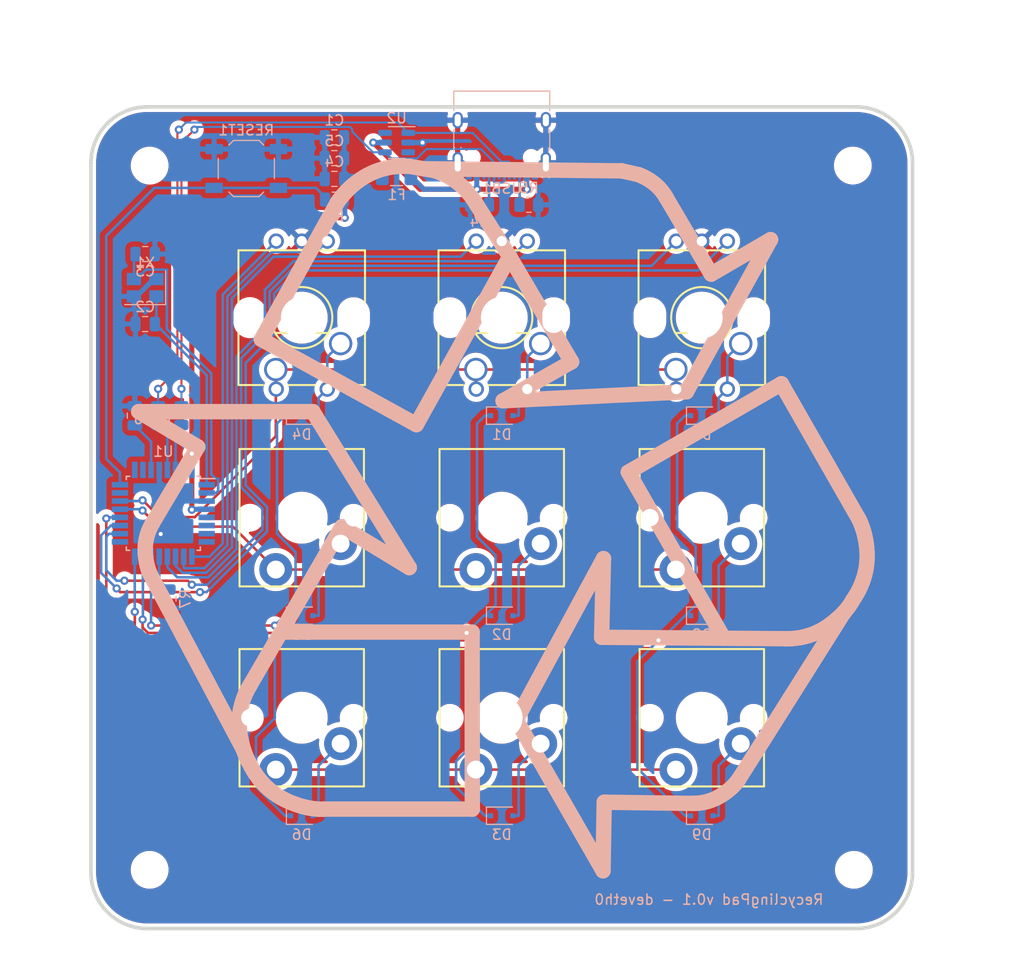
<source format=kicad_pcb>
(kicad_pcb (version 20211014) (generator pcbnew)
  (title_block (comment 4 "AISLER Project ID: XOFENIER"))
  (layers (0 "F.Cu" signal) (31 "B.Cu" signal) (34 "B.Paste" user) (35 "F.Paste" user) (36 "B.SilkS" user "B.Silkscreen") (37 "F.SilkS" user "F.Silkscreen") (38 "B.Mask" user) (39 "F.Mask" user) (44 "Edge.Cuts" user))
  (net 0 "")
  (net 1 "GND")
  (net 2 "VCC")
  (net 3 "+5V")
  (net 4 "Net-(C2-Pad1)")
  (net 5 "Net-(C3-Pad1)")
  (net 6 "Net-(C6-Pad1)")
  (net 7 "ROW0")
  (net 8 "ROW1")
  (net 9 "ROW2")
  (net 10 "D-")
  (net 11 "Net-(R1-Pad2)")
  (net 12 "D+")
  (net 13 "Net-(R2-Pad2)")
  (net 14 "Net-(R3-Pad1)")
  (net 15 "Net-(R4-Pad2)")
  (net 16 "Net-(R5-Pad2)")
  (net 17 "Net-(R7-Pad2)")
  (net 18 "ENCODER1_L1")
  (net 19 "ENCODER1_L0")
  (net 20 "COL0")
  (net 21 "ENCODER0_L1")
  (net 22 "ENCODER0_L0")
  (net 23 "ENCODER2_L1")
  (net 24 "ENCODER2_L0")
  (net 25 "COL1")
  (net 26 "COL2")
  (net 36 "Net-(D5-Pad2)")
  (net 37 "Net-(D6-Pad2)")
  (net 38 "Net-(D7-Pad2)")
  (net 42 "Net-(D1-Pad2)")
  (net 43 "Net-(D2-Pad2)")
  (net 44 "Net-(D3-Pad2)")
  (net 45 "Net-(D4-Pad2)")
  (net 46 "Net-(D8-Pad2)")
  (net 47 "Net-(D9-Pad2)")
  (footprint "RecyclingPad:CHERRY-MX" (layer "F.Cu") (at 130.4 100 180)
    (fp_text reference "S3" hide)
    (fp_text value "MOMENTARY-SWITCH-SPST-LED-PTH-CHERRY" hide)
  )
  (footprint "RecyclingPad:CHERRY-MX-ENCODER" (layer "F.Cu") (at 150 80.4)
    (fp_text reference "RE_0_1" hide)
    (fp_text value "CHERRY-MX-ENCODER" hide)
  )
  (footprint "MountingHole:MountingHole_2.7mm" (layer "F.Cu") (at 115.5 134.5)
    (fp_text reference "REF**" hide)
    (fp_text value locked "MountingHole_2.7mm")
  )
  (footprint "RecyclingPad:CHERRY-MX-ENCODER" (layer "F.Cu") (at 169.6 80.4)
    (fp_text reference "RE_3_2" hide)
    (fp_text value "CHERRY-MX-ENCODER" hide)
  )
  (footprint "RecyclingPad:CHERRY-MX" (layer "F.Cu") (at 130.4 119.6 180)
    (fp_text reference "S4" hide)
    (fp_text value "MOMENTARY-SWITCH-SPST-LED-PTH-CHERRY" hide)
  )
  (footprint "MountingHole:MountingHole_2.7mm" (layer "F.Cu") (at 184.5 134.5)
    (fp_text reference "REF**" hide)
    (fp_text value "MountingHole_2.7mm")
  )
  (footprint "MountingHole:MountingHole_2.7mm" (layer "F.Cu") (at 184.4 65.5)
    (fp_text reference "REF**" hide)
    (fp_text value "MountingHole_2.7mm")
  )
  (footprint "RecyclingPad:CHERRY-MX" (layer "F.Cu") (at 169.6 119.6 180)
    (fp_text reference "S6" hide)
    (fp_text value "MOMENTARY-SWITCH-SPST-LED-PTH-CHERRY" hide)
  )
  (footprint "RecyclingPad:CHERRY-MX" (layer "F.Cu") (at 169.6 100 180)
    (fp_text reference "S5" hide)
    (fp_text value "MOMENTARY-SWITCH-SPST-LED-PTH-CHERRY" hide)
  )
  (footprint "MountingHole:MountingHole_2.7mm" (layer "F.Cu") (at 115.5 65.5)
    (fp_text reference "REF**" hide)
    (fp_text value "MountingHole_2.7mm")
  )
  (footprint "RecyclingPad:CHERRY-MX" (layer "F.Cu") (at 150 100 180)
    (fp_text reference "S1" hide)
    (fp_text value "MOMENTARY-SWITCH-SPST-LED-PTH-CHERRY" hide)
  )
  (footprint "RecyclingPad:CHERRY-MX-ENCODER" (layer "F.Cu") (at 130.4 80.4)
    (fp_text reference "RE_3_1" hide)
    (fp_text value "CHERRY-MX-ENCODER" hide)
  )
  (footprint "RecyclingPad:CHERRY-MX" (layer "F.Cu") (at 150 119.6 180)
    (fp_text reference "S2" hide)
    (fp_text value "MOMENTARY-SWITCH-SPST-LED-PTH-CHERRY" hide)
  )
  (footprint "Connector_USB:USB_C_Receptacle_HRO_TYPE-C-31-M-12" (layer "B.Cu") (at 150 62.1)
    (fp_text reference "USB1")
    (fp_text value "USB_C_Receptacle_USB2.0")
  )
  (footprint "Package_TO_SOT_SMD:SOT-23-6" (layer "B.Cu") (at 139.7 63.246 180)
    (fp_text reference "U2")
    (fp_text value "SRV05-4")
  )
  (footprint "Diode_SMD:D_SOD-323F" (layer "B.Cu") (at 150 129.2)
    (fp_text reference "D3")
    (fp_text value "DIODEDO-1N4148")
  )
  (footprint "Diode_SMD:D_SOD-323F" (layer "B.Cu") (at 150 109.6)
    (fp_text reference "D2")
    (fp_text value "DIODEDO-1N4148")
  )
  (footprint "Diode_SMD:D_SOD-323F" (layer "B.Cu") (at 130.4 129.2)
    (fp_text reference "D6")
    (fp_text value "DIODEDO-1N4148")
  )
  (footprint "Resistor_SMD:R_0805_2012Metric" (layer "B.Cu") (at 133.604 68.834)
    (fp_text reference "R3")
    (fp_text value "10k")
  )
  (footprint "Crystal:Crystal_SMD_3225-4Pin_3.2x2.5mm" (layer "B.Cu") (at 115.062 77.47 180)
    (fp_text reference "X1")
    (fp_text value "Crystal_GND24_Small")
  )
  (footprint "Diode_SMD:D_SOD-323F" (layer "B.Cu") (at 130.4 109.6)
    (fp_text reference "D5")
    (fp_text value "DIODEDO-1N4148")
  )
  (footprint "Diode_SMD:D_SOD-323F" (layer "B.Cu") (at 150 90)
    (fp_text reference "D1")
    (fp_text value "DIODEDO-1N4148")
  )
  (footprint "Capacitor_SMD:C_0805_2012Metric" (layer "B.Cu") (at 133.604 62.738 180)
    (fp_text reference "C1")
    (fp_text value "10uF")
  )
  (footprint "Resistor_SMD:R_0805_2012Metric" (layer "B.Cu") (at 147.828 69.342)
    (fp_text reference "R4")
    (fp_text value "5.1k")
  )
  (footprint "Resistor_SMD:R_0805_2012Metric" (layer "B.Cu") (at 152.654 69.342 180)
    (fp_text reference "R5")
    (fp_text value "5.1k")
  )
  (footprint "Resistor_SMD:R_0805_2012Metric" (layer "B.Cu") (at 117.348 107.95 90)
    (fp_text reference "R7")
    (fp_text value "10k")
  )
  (footprint "Diode_SMD:D_SOD-323F" (layer "B.Cu") (at 130.4 90)
    (fp_text reference "D4")
    (fp_text value "DIODEDO-1N4148")
  )
  (footprint "Capacitor_SMD:C_0805_2012Metric" (layer "B.Cu") (at 114.046 90 90)
    (fp_text reference "C6")
    (fp_text value "1uF")
  )
  (footprint "Fuse:Fuse_1206_3216Metric" (layer "B.Cu") (at 139.7 66.548)
    (fp_text reference "F1")
    (fp_text value "Polyfuse_Small")
  )
  (footprint "Diode_SMD:D_SOD-323F" (layer "B.Cu") (at 169.6 90)
    (fp_text reference "D7")
    (fp_text value "DIODEDO-1N4148")
  )
  (footprint "Resistor_SMD:R_0805_2012Metric" (layer "B.Cu") (at 118.618 90 -90)
    (fp_text reference "R1")
    (fp_text value "22")
  )
  (footprint "Button_Switch_SMD:SW_SPST_TL3342" (layer "B.Cu") (at 124.968 65.786 180)
    (fp_text reference "RESET1")
    (fp_text value "SW_Push")
  )
  (footprint "Resistor_SMD:R_0805_2012Metric" (layer "B.Cu") (at 116.332 90 -90)
    (fp_text reference "R2")
    (fp_text value "22")
  )
  (footprint "Diode_SMD:D_SOD-323F" (layer "B.Cu") (at 169.6 129.2)
    (fp_text reference "D9")
    (fp_text value "DIODEDO-1N4148")
  )
  (footprint "Diode_SMD:D_SOD-323F" (layer "B.Cu") (at 169.6 109.6)
    (fp_text reference "D8")
    (fp_text value "DIODEDO-1N4148")
  )
  (footprint "Capacitor_SMD:C_0805_2012Metric" (layer "B.Cu") (at 133.604 64.77 180)
    (fp_text reference "C5")
    (fp_text value "0.1uF")
  )
  (footprint "Capacitor_SMD:C_0805_2012Metric" (layer "B.Cu") (at 133.604 66.802 180)
    (fp_text reference "C4")
    (fp_text value "0.1uF")
  )
  (footprint "Capacitor_SMD:C_0805_2012Metric" (layer "B.Cu") (at 115.062 81.026 180)
    (fp_text reference "C2")
    (fp_text value "22pF")
  )
  (footprint "Capacitor_SMD:C_0805_2012Metric" (layer "B.Cu") (at 115.062 74.168)
    (fp_text reference "C3")
    (fp_text value "22pF")
  )
  (footprint "Package_QFP:TQFP-32_7x7mm_P0.8mm" (layer "B.Cu") (at 116.84 99.568 180)
    (fp_text reference "U1")
    (fp_text value "ATmega32U2-AU")
  )
  (gr_line (start 124.513936 118.31362) (end 124.607806 117.996659) (layer "B.SilkS") (width 0.46302))
  (gr_line (start 185.789146 104.106533) (end 185.759845 104.488798) (layer "B.SilkS") (width 0.46302))
  (gr_line (start 124.842221 117.373057) (end 124.982768 117.066416) (layer "B.SilkS") (width 0.46302))
  (gr_line (start 131.585954 128.512479) (end 131.412669 128.489419) (layer "B.SilkS") (width 0.46302))
  (gr_line (start 172.349143 126.586157) (end 172.260866 126.661424) (layer "B.SilkS") (width 0.46302))
  (gr_line (start 147.118827 128.548291) (end 147.118827 128.548291) (layer "B.SilkS") (width 1.504817))
  (gr_line (start 185.007798 107.048274) (end 184.822227 107.397273) (layer "B.SilkS") (width 0.46302))
  (gr_line (start 183.242048 109.570224) (end 183.33429 109.483407) (layer "B.SilkS") (width 0.46302))
  (gr_line (start 171.684029 127.094173) (end 171.484718 127.22067) (layer "B.SilkS") (width 1.504817))
  (gr_line (start 183.512731 109.31024) (end 173.233657 125.608571) (layer "B.SilkS") (width 1.504817))
  (gr_line (start 124.607813 117.996651) (end 124.717241 117.68313) (layer "B.SilkS") (width 1.504817))
  (gr_line (start 179.460434 111.705398) (end 179.132272 111.766702) (layer "B.SilkS") (width 1.504817))
  (gr_line (start 146.968261 68.470077) (end 147.167668 68.74409) (layer "B.SilkS") (width 0.46302))
  (gr_line (start 173.129101 125.758493) (end 173.072698 125.833702) (layer "B.SilkS") (width 0.46302))
  (gr_line (start 130.327404 128.248505) (end 130.138947 128.191262) (layer "B.SilkS") (width 0.46302))
  (gr_line (start 140.937511 104.88839) (end 134.339463 100.883265) (layer "B.SilkS") (width 0.46302))
  (gr_line (start 124.46052 121.816007) (end 124.430805 121.672432) (layer "B.SilkS") (width 0.46302))
  (gr_line (start 182.851377 109.917491) (end 182.952301 109.830674) (layer "B.SilkS") (width 0.46302))
  (gr_line (start 115.061858 103.069549) (end 115.070259 102.841572) (layer "B.SilkS") (width 0.46302))
  (gr_line (start 170.455071 127.708951) (end 170.242719 127.777953) (layer "B.SilkS") (width 0.46302))
  (gr_line (start 132.419752 128.554531) (end 132.257347 128.555887) (layer "B.SilkS") (width 1.504817))
  (gr_line (start 177.400388 86.876883) (end 185.017078 100.188737) (layer "B.SilkS") (width 1.504817))
  (gr_line (start 115.124097 104.00819) (end 115.124097 104.00819) (layer "B.SilkS") (width 1.504817))
  (gr_line (start 185.22149 100.66565) (end 185.311541 100.906579) (layer "B.SilkS") (width 0.46302))
  (gr_line (start 176.335424 72.754277) (end 176.335424 72.754277) (layer "B.SilkS") (width 0.46302))
  (gr_line (start 147.095676 111.208161) (end 147.095676 111.208161) (layer "B.SilkS") (width 0.46302))
  (gr_line (start 184.392484 108.082776) (end 184.392484 108.082776) (layer "B.SilkS") (width 0.46302))
  (gr_line (start 173.233657 125.608571) (end 173.183065 125.683758) (layer "B.SilkS") (width 1.504817))
  (gr_line (start 141.631559 90.881541) (end 141.631559 90.881541) (layer "B.SilkS") (width 1.504817))
  (gr_line (start 135.242347 67.568451) (end 135.552331 67.302912) (layer "B.SilkS") (width 1.504817))
  (gr_line (start 185.22101 100.666117) (end 185.31106 100.907046) (layer "B.SilkS") (width 1.504817))
  (gr_line (start 172.170168 126.73716) (end 172.076114 126.81243) (layer "B.SilkS") (width 1.504817))
  (gr_line (start 126.444476 82.524013) (end 133.899112 69.096409) (layer "B.SilkS") (width 0.46302))
  (gr_line (start 135.552331 67.302912) (end 135.868836 67.056191) (layer "B.SilkS") (width 1.504817))
  (gr_line (start 165.15842 67.447387) (end 165.318285 67.599492) (layer "B.SilkS") (width 1.504817))
  (gr_line (start 185.71053 104.867376) (end 185.642162 105.241331) (layer "B.SilkS") (width 1.504817))
  (gr_line (start 134.871901 67.924397) (end 135.054238 67.744254) (layer "B.SilkS") (width 1.504817))
  (gr_line (start 163.394006 66.387749) (end 163.61898 66.478001) (layer "B.SilkS") (width 0.46302))
  (gr_line (start 183.525403 109.286711) (end 183.521864 109.2925) (layer "B.SilkS") (width 0.46302))
  (gr_line (start 183.545758 109.257657) (end 183.541323 109.263474) (layer "B.SilkS") (width 0.46302))
  (gr_line (start 179.783716 111.628539) (end 180.102118 111.536125) (layer "B.SilkS") (width 0.46302))
  (gr_line (start 183.570797 109.228672) (end 183.565398 109.234447) (layer "B.SilkS") (width 0.46302))
  (gr_line (start 185.642166 102.133421) (end 185.642166 102.133421) (layer "B.SilkS") (width 1.504817))
  (gr_line (start 124.435624 118.634021) (end 124.513936 118.31362) (layer "B.SilkS") (width 0.46302))
  (gr_line (start 171.484718 127.22067) (end 171.28323 127.337585) (layer "B.SilkS") (width 1.504817))
  (gr_line (start 126.818967 126.263327) (end 126.557781 125.989296) (layer "B.SilkS") (width 1.504817))
  (gr_line (start 164.991314 67.302157) (end 165.15842 67.447387) (layer "B.SilkS") (width 0.46302))
  (gr_line (start 124.708628 122.760535) (end 124.668887 122.632157) (layer "B.SilkS") (width 1.504817))
  (gr_line (start 139.780353 65.583961) (end 140.174999 65.562987) (layer "B.SilkS") (width 0.46302))
  (gr_line (start 164.446574 66.907712) (end 164.63539 67.03232) (layer "B.SilkS") (width 1.504817))
  (gr_line (start 170.873263 127.542199) (end 170.665253 127.630366) (layer "B.SilkS") (width 0.46302))
  (gr_line (start 115.50894 105.438881) (end 115.587118 105.605609) (layer "B.SilkS") (width 1.504817))
  (gr_line (start 169.372101 127.958603) (end 169.148917 127.979693) (layer "B.SilkS") (width 1.504817))
  (gr_line (start 184.617123 107.742107) (end 184.392484 108.082776) (layer "B.SilkS") (width 0.46302))
  (gr_line (start 120.217331 93.058206) (end 120.217331 93.058206) (layer "B.SilkS") (width 0.46302))
  (gr_line (start 183.823248 108.929766) (end 183.705736 109.073353) (layer "B.SilkS") (width 1.504817))
  (gr_line (start 185.642646 102.132953) (end 185.711013 102.535966) (layer "B.SilkS") (width 0.46302))
  (gr_line (start 124.830076 123.109183) (end 124.767894 122.937379) (layer "B.SilkS") (width 1.504817))
  (gr_line (start 163.394006 66.387749) (end 163.61898 66.478001) (layer "B.SilkS") (width 1.504817))
  (gr_line (start 185.710533 102.536433) (end 185.759366 102.935299) (layer "B.SilkS") (width 1.504817))
  (gr_line (start 183.5459 109.258125) (end 183.541492 109.263941) (layer "B.SilkS") (width 1.504817))
  (gr_line (start 151.424934 119.820347) (end 159.967666 104.00819) (layer "B.SilkS") (width 1.504817))
  (gr_line (start 124.325678 119.285135) (end 124.372876 118.957854) (layer "B.SilkS") (width 1.504817))
  (gr_line (start 115.063042 103.300245) (end 115.061858 103.069549) (layer "B.SilkS") (width 0.46302))
  (gr_line (start 126.30962 125.70044) (end 126.074486 125.39676) (layer "B.SilkS") (width 1.504817))
  (gr_line (start 183.555193 109.246036) (end 183.55038 109.251844) (layer "B.SilkS") (width 0.46302))
  (gr_line (start 182.952104 109.830674) (end 182.851242 109.917491) (layer "B.SilkS") (width 0.46302))
  (gr_line (start 143.437822 65.994182) (end 143.771249 66.113013) (layer "B.SilkS") (width 0.46302))
  (gr_line (start 145.816585 67.279066) (end 146.067539 67.493393) (layer "B.SilkS") (width 1.504817))
  (gr_line (start 185.642646 102.132953) (end 185.642646 102.132953) (layer "B.SilkS") (width 0.46302))
  (gr_line (start 146.968261 68.470077) (end 146.758544 68.208) (layer "B.SilkS") (width 0.46302))
  (gr_line (start 179.132272 111.766702) (end 178.799229 111.812452) (layer "B.SilkS") (width 1.504817))
  (gr_line (start 183.565312 109.234915) (end 183.560194 109.240704) (layer "B.SilkS") (width 1.504817))
  (gr_line (start 159.967666 104.00819) (end 159.782922 111.717485) (layer "B.SilkS") (width 0.46302))
  (gr_line (start 131.757065 128.530656) (end 131.585954 128.512479) (layer "B.SilkS") (width 1.504817))
  (gr_line (start 156.8418 84.723363) (end 156.8418 84.723363) (layer "B.SilkS") (width 0.46302))
  (gr_line (start 184.038776 108.644711) (end 183.93426 108.786883) (layer "B.SilkS") (width 1.504817))
  (gr_line (start 131.491888 89.608708) (end 140.937511 104.88839) (layer "B.SilkS") (width 0.46302))
  (gr_line (start 169.811509 127.887209) (end 169.592654 127.927464) (layer "B.SilkS") (width 0.46302))
  (gr_line (start 124.325671 119.285143) (end 124.37287 118.957862) (layer "B.SilkS") (width 0.46302))
  (gr_line (start 183.525656 109.287178) (end 183.522151 109.292967) (layer "B.SilkS") (width 1.504817))
  (gr_line (start 172.076114 126.81243) (end 172.076114 126.81243) (layer "B.SilkS") (width 1.504817))
  (gr_line (start 125.310551 116.463448) (end 128.366489 111.208161) (layer "B.SilkS") (width 1.504817))
  (gr_line (start 171.881161 126.958093) (end 171.684029 127.094173) (layer "B.SilkS") (width 1.504817))
  (gr_line (start 170.66572 127.630834) (end 170.455538 127.709418) (layer "B.SilkS") (width 1.504817))
  (gr_line (start 138.266827 65.855949) (end 138.635447 65.759737) (layer "B.SilkS") (width 1.504817))
  (gr_line (start 181.028057 111.165545) (end 181.326949 111.010904) (layer "B.SilkS") (width 0.46302))
  (gr_line (start 170.524049 76.134327) (end 170.524049 76.134327) (layer "B.SilkS") (width 1.504817))
  (gr_line (start 170.242719 127.777953) (end 170.028198 127.837372) (layer "B.SilkS") (width 0.46302))
  (gr_line (start 115.094162 103.769798) (end 115.07381 103.533661) (layer "B.SilkS") (width 0.46302))
  (gr_line (start 165.616291 67.924332) (end 165.754429 68.097068) (layer "B.SilkS") (width 0.46302))
  (gr_line (start 135.242347 67.568451) (end 135.242347 67.568451) (layer "B.SilkS") (width 0.46302))
  (gr_line (start 115.11582 102.393766) (end 115.15298 102.173935) (layer "B.SilkS") (width 0.46302))
  (gr_line (start 134.35953 68.49087) (end 134.524547 68.297705) (layer "B.SilkS") (width 1.504817))
  (gr_line (start 185.642166 102.133421) (end 185.710533 102.536433) (layer "B.SilkS") (width 1.504817))
  (gr_line (start 124.292428 120.628668) (end 124.277408 120.287627) (layer "B.SilkS") (width 0.46302))
  (gr_line (start 132.419752 128.554531) (end 132.257347 128.555887) (layer "B.SilkS") (width 0.46302))
  (gr_line (start 172.075647 126.811963) (end 172.075647 126.811963) (layer "B.SilkS") (width 0.46302))
  (gr_line (start 126.30962 125.70044) (end 126.074486 125.39676) (layer "B.SilkS") (width 0.46302))
  (gr_line (start 185.789147 103.329549) (end 185.798913 103.720117) (layer "B.SilkS") (width 0.46302))
  (gr_line (start 125.85238 125.078259) (end 125.643303 124.744939) (layer "B.SilkS") (width 1.504817))
  (gr_line (start 147.356765 69.030042) (end 147.535553 69.32793) (layer "B.SilkS") (width 0.46302))
  (gr_line (start 166.125364 68.656546) (end 166.125364 68.656546) (layer "B.SilkS") (width 0.46302))
  (gr_line (start 127.093176 126.52253) (end 126.818967 126.263327) (layer "B.SilkS") (width 1.504817))
  (gr_line (start 185.642162 105.241331) (end 185.554261 105.611131) (layer "B.SilkS") (width 1.504817))
  (gr_line (start 156.8418 84.723363) (end 150.776214 74.421151) (layer "B.SilkS") (width 0.46302))
  (gr_line (start 171.751541 111.809623) (end 177.770811 111.856387) (layer "B.SilkS") (width 0.46302))
  (gr_line (start 179.132272 111.766702) (end 178.799229 111.812452) (layer "B.SilkS") (width 0.46302))
  (gr_line (start 124.708628 122.761002) (end 115.587118 105.606077) (layer "B.SilkS") (width 0.46302))
  (gr_line (start 169.14845 127.979225) (end 168.923104 127.990732) (layer "B.SilkS") (width 0.46302))
  (gr_line (start 124.323008 120.973613) (end 124.369134 121.321536) (layer "B.SilkS") (width 0.46302))
  (gr_line (start 168.093193 87.663543) (end 168.093193 87.663543) (layer "B.SilkS") (width 0.46302))
  (gr_line (start 146.758544 68.208) (end 146.968261 68.470077) (layer "B.SilkS") (width 1.504817))
  (gr_line (start 183.560198 109.240236) (end 183.555193 109.246036) (layer "B.SilkS") (width 0.46302))
  (gr_line (start 124.325678 119.285602) (end 124.294035 119.616323) (layer "B.SilkS") (width 0.46302))
  (gr_line (start 185.798432 103.720584) (end 185.788665 104.107) (layer "B.SilkS") (width 1.504817))
  (gr_line (start 130.879791 128.390937) (end 130.697828 128.348343) (layer "B.SilkS") (width 1.504817))
  (gr_line (start 115.256063 101.741945) (end 115.199726 101.956351) (layer "B.SilkS") (width 1.504817))
  (gr_line (start 115.124097 104.008657) (end 115.094162 103.769798) (layer "B.SilkS") (width 0.46302))
  (gr_line (start 146.308183 67.719658) (end 146.067539 67.493393) (layer "B.SilkS") (width 0.46302))
  (gr_line (start 156.8418 84.723363) (end 156.8418 84.723363) (layer "B.SilkS") (width 1.504817))
  (gr_line (start 124.593705 122.368802) (end 124.558262 122.233847) (layer "B.SilkS") (width 1.504817))
  (gr_line (start 170.87373 127.542667) (end 170.66572 127.630834) (layer "B.SilkS") (width 1.504817))
  (gr_line (start 177.400869 86.876416) (end 185.017559 100.188269) (layer "B.SilkS") (width 0.46302))
  (gr_line (start 124.277941 119.950026) (end 124.294029 119.615864) (layer "B.SilkS") (width 0.46302))
  (gr_line (start 169.148917 127.979693) (end 168.923571 127.9912) (layer "B.SilkS") (width 1.504817))
  (gr_line (start 146.067539 67.493393) (end 146.308183 67.719658) (layer "B.SilkS") (width 0.46302))
  (gr_line (start 128.659534 127.596064) (end 128.320225 127.411028) (layer "B.SilkS") (width 0.46302))
  (gr_line (start 171.751541 111.810091) (end 171.751541 111.810091) (layer "B.SilkS") (width 1.504817))
  (gr_line (start 115.47203 105.352267) (end 115.436573 105.262976) (layer "B.SilkS") (width 0.46302))
  (gr_line (start 142.326568 65.808971) (end 142.326568 65.808971) (layer "B.SilkS") (width 0.46302))
  (gr_line (start 161.750284 66.017327) (end 163.394006 66.387749) (layer "B.SilkS") (width 0.46302))
  (gr_line (start 173.013389 125.908919) (end 172.951178 125.984145) (layer "B.SilkS") (width 0.46302))
  (gr_line (start 182.748281 110.004308) (end 182.473763 110.236748) (layer "B.SilkS") (width 1.504817))
  (gr_line (start 132.579977 128.548291) (end 132.579977 128.548291) (layer "B.SilkS") (width 0.46302))
  (gr_line (start 164.446574 66.907712) (end 164.63539 67.03232) (layer "B.SilkS") (width 0.46302))
  (gr_line (start 183.576396 109.222914) (end 183.570797 109.228672) (layer "B.SilkS") (width 0.46302))
  (gr_line (start 130.327404 128.248505) (end 130.138947 128.191262) (layer "B.SilkS") (width 1.504817))
  (gr_line (start 164.04724 66.679114) (end 164.250523 66.789977) (layer "B.SilkS") (width 1.504817))
  (gr_line (start 128.366489 111.208161) (end 134.339456 100.882798) (layer "B.SilkS") (width 1.504817))
  (gr_line (start 150.127988 88.543283) (end 150.127988 88.543283) (layer "B.SilkS") (width 0.46302))
  (gr_line (start 130.513698 128.300866) (end 130.327404 128.248505) (layer "B.SilkS") (width 0.46302))
  (gr_line (start 120.217331 93.057746) (end 115.79548 100.512382) (layer "B.SilkS") (width 1.504817))
  (gr_line (start 131.926002 128.54395) (end 131.757065 128.530656) (layer "B.SilkS") (width 1.504817))
  (gr_line (start 173.129565 125.758956) (end 173.07316 125.834164) (layer "B.SilkS") (width 1.504817))
  (gr_line (start 170.028665 127.83784) (end 169.811976 127.887676) (layer "B.SilkS") (width 1.504817))
  (gr_line (start 142.326555 65.808971) (end 161.750284 66.017327) (layer "B.SilkS") (width 0.46302))
  (gr_line (start 147.167668 68.74409) (end 147.356765 69.030042) (layer "B.SilkS") (width 0.46302))
  (gr_line (start 144.709676 66.541127) (end 144.407176 66.386485) (layer "B.SilkS") (width 0.46302))
  (gr_line (start 184.228828 108.362056) (end 184.137284 108.502789) (layer "B.SilkS") (width 0.46302))
  (gr_line (start 180.102118 111.536125) (end 179.783716 111.628539) (layer "B.SilkS") (width 0.46302))
  (gr_line (start 173.013851 125.909381) (end 172.951639 125.984606) (layer "B.SilkS") (width 1.504817))
  (gr_line (start 183.541492 109.263941) (end 183.537263 109.269757) (layer "B.SilkS") (width 1.504817))
  (gr_line (start 140.576149 65.560822) (end 140.983801 65.577464) (layer "B.SilkS") (width 1.504817))
  (gr_line (start 140.937498 104.887923) (end 131.491881 89.608241) (layer "B.SilkS") (width 1.504817))
  (gr_line (start 185.393649 101.148978) (end 185.467813 101.392831) (layer "B.SilkS") (width 0.46302))
  (gr_line (start 115.79548 100.512382) (end 115.681598 100.710545) (layer "B.SilkS") (width 1.504817))
  (gr_line (start 124.37287 118.957862) (end 124.435624 118.634021) (layer "B.SilkS") (width 0.46302))
  (gr_line (start 183.147636 109.657041) (end 183.242048 109.570224) (layer "B.SilkS") (width 0.46302))
  (gr_line (start 168.695596 127.992657) (end 168.695596 127.992657) (layer "B.SilkS") (width 0.46302))
  (gr_line (start 132.579977 128.548291) (end 132.419752 128.554531) (layer "B.SilkS") (width 0.46302))
  (gr_line (start 146.538518 67.95786) (end 146.758544 68.208) (layer "B.SilkS") (width 0.46302))
  (gr_line (start 170.524049 76.134327) (end 170.524049 76.134327) (layer "B.SilkS") (width 0.46302))
  (gr_line (start 143.437822 65.994182) (end 142.326568 65.808971) (layer "B.SilkS") (width 0.46302))
  (gr_line (start 151.424934 119.820347) (end 159.967666 104.00819) (layer "B.SilkS") (width 0.46302))
  (gr_line (start 185.759845 104.488798) (end 185.711011 104.866909) (layer "B.SilkS") (width 0.46302))
  (gr_line (start 169.593121 127.927931) (end 169.372101 127.958603) (layer "B.SilkS") (width 1.504817))
  (gr_line (start 115.577309 100.911413) (end 115.482611 101.114985) (layer "B.SilkS") (width 1.504817))
  (gr_line (start 124.524251 122.096722) (end 124.491673 121.957437) (layer "B.SilkS") (width 1.504817))
  (gr_line (start 172.818052 126.134617) (end 172.747139 126.209863) (layer "B.SilkS") (width 0.46302))
  (gr_line (start 159.782922 111.717485) (end 159.782922 111.717485) (layer "B.SilkS") (width 1.504817))
  (gr_line (start 176.335424 72.754277) (end 176.335424 72.754277) (layer "B.SilkS") (width 1.504817))
  (gr_line (start 134.046812 68.890222) (end 134.200285 68.688376) (layer "B.SilkS") (width 0.46302))
  (gr_line (start 128.366489 111.208161) (end 147.095676 111.208161) (layer "B.SilkS") (width 0.46302))
  (gr_line (start 173.233657 125.608571) (end 173.233657 125.608571) (layer "B.SilkS") (width 1.504817))
  (gr_line (start 125.310551 116.463448) (end 125.310551 116.463448) (layer "B.SilkS") (width 1.504817))
  (gr_line (start 168.093193 87.663543) (end 168.093193 87.663543) (layer "B.SilkS") (width 1.504817))
  (gr_line (start 144.094367 66.24378) (end 144.407176 66.386485) (layer "B.SilkS") (width 0.46302))
  (gr_line (start 150.127988 88.543283) (end 156.8418 84.723363) (layer "B.SilkS") (width 0.46302))
  (gr_line (start 185.017559 100.188269) (end 185.123496 100.426208) (layer "B.SilkS") (width 0.46302))
  (gr_line (start 128.366489 111.208161) (end 125.310551 116.463909) (layer "B.SilkS") (width 0.46302))
  (gr_line (start 185.017078 100.188737) (end 185.017078 100.188737) (layer "B.SilkS") (width 1.504817))
  (gr_line (start 182.748281 110.004308) (end 182.748281 110.004308) (layer "B.SilkS") (width 1.504817))
  (gr_line (start 166.125364 68.656546) (end 166.125364 68.656546) (layer "B.SilkS") (width 1.504817))
  (gr_line (start 147.118827 128.548291) (end 132.579977 128.548291) (layer "B.SilkS") (width 1.504817))
  (gr_line (start 115.436573 105.262706) (end 115.50894 105.438881) (layer "B.SilkS") (width 1.504817))
  (gr_line (start 183.334224 109.483407) (end 183.241925 109.570224) (layer "B.SilkS") (width 0.46302))
  (gr_line (start 125.447256 124.396801) (end 125.264242 124.033848) (layer "B.SilkS") (width 1.504817))
  (gr_line (start 115.152977 102.173468) (end 115.115817 102.393299) (layer "B.SilkS") (width 1.504817))
  (gr_line (start 182.952301 109.830674) (end 183.051054 109.743857) (layer "B.SilkS") (width 0.46302))
  (gr_line (start 126.444476 82.524013) (end 126.444476 82.524013) (layer "B.SilkS") (width 0.46302))
  (gr_line (start 125.184611 123.892402) (end 125.107887 123.745882) (layer "B.SilkS") (width 1.504817))
  (gr_line (start 128.366489 111.208161) (end 128.366489 111.208161) (layer "B.SilkS") (width 1.504817))
  (gr_line (start 124.430812 121.6729) (end 124.460527 121.816448) (layer "B.SilkS") (width 0.46302))
  (gr_line (start 172.67333 126.285114) (end 172.596624 126.360369) (layer "B.SilkS") (width 0.46302))
  (gr_line (start 135.242347 67.568451) (end 135.552331 67.302912) (layer "B.SilkS") (width 0.46302))
  (gr_line (start 183.706217 109.072886) (end 183.582199 109.217174) (layer "B.SilkS") (width 0.46302))
  (gr_line (start 124.277415 120.288088) (end 124.292435 120.62913) (layer "B.SilkS") (width 0.46302))
  (gr_line (start 140.174999 65.562987) (end 140.576149 65.560822) (layer "B.SilkS") (width 0.46302))
  (gr_line (start 115.397505 101.321263) (end 115.321989 101.53025) (layer "B.SilkS") (width 1.504817))
  (gr_line (start 124.895166 123.275941) (end 124.830076 123.109183) (layer "B.SilkS") (width 1.504817))
  (gr_line (start 170.243186 127.77842) (end 170.028665 127.83784) (layer "B.SilkS") (width 1.504817))
  (gr_line (start 181.326949 111.010904) (end 181.620965 110.840705) (layer "B.SilkS") (width 0.46302))
  (gr_line (start 130.879791 128.390937) (end 130.697828 128.348343) (layer "B.SilkS") (width 0.46302))
  (gr_line (start 124.558262 122.233847) (end 124.524251 122.096722) (layer "B.SilkS") (width 1.504817))
  (gr_line (start 139.010575 65.682335) (end 139.392211 65.623743) (layer "B.SilkS") (width 0.46302))
  (gr_line (start 125.138876 116.763215) (end 125.310545 116.463455) (layer "B.SilkS") (width 0.46302))
  (gr_line (start 146.308183 67.719658) (end 146.538518 67.95786) (layer "B.SilkS") (width 1.504817))
  (gr_line (start 114.429568 89.608241) (end 114.429568 89.608241) (layer "B.SilkS") (width 1.504817))
  (gr_line (start 138.635447 65.759737) (end 139.010575 65.682335) (layer "B.SilkS") (width 1.504817))
  (gr_line (start 124.708622 122.760535) (end 124.708622 122.760535) (layer "B.SilkS") (width 0.46302))
  (gr_line (start 134.524547 68.297705) (end 134.695338 68.108881) (layer "B.SilkS") (width 1.504817))
  (gr_line (start 124.593705 122.369061) (end 124.63058 122.501844) (layer "B.SilkS") (width 0.46302))
  (gr_line (start 171.880694 126.957625) (end 171.683561 127.093705) (layer "B.SilkS") (width 0.46302))
  (gr_line (start 134.871901 67.924397) (end 135.054238 67.744254) (layer "B.SilkS") (width 0.46302))
  (gr_line (start 183.512264 109.309773) (end 183.512264 109.309773) (layer "B.SilkS") (width 0.46302))
  (gr_line (start 132.579977 128.548291) (end 132.419752 128.554531) (layer "B.SilkS") (width 1.504817))
  (gr_line (start 138.635447 65.759737) (end 139.010575 65.682335) (layer "B.SilkS") (width 0.46302))
  (gr_line (start 140.983801 65.577464) (end 142.326555 65.808971) (layer "B.SilkS") (width 0.46302))
  (gr_line (start 124.294035 119.615856) (end 124.325678 119.285135) (layer "B.SilkS") (width 1.504817))
  (gr_line (start 147.535553 69.32793) (end 150.776695 74.421164) (layer "B.SilkS") (width 1.504817))
  (gr_line (start 115.587118 105.605609) (end 124.708628 122.760535) (layer "B.SilkS") (width 1.504817))
  (gr_line (start 147.095676 111.208161) (end 147.118827 128.548291) (layer "B.SilkS") (width 1.504817))
  (gr_line (start 125.85238 125.078259) (end 125.643303 124.744939) (layer "B.SilkS") (width 0.46302))
  (gr_line (start 164.63539 67.03232) (end 164.816971 67.163802) (layer "B.SilkS") (width 0.46302))
  (gr_line (start 115.115817 102.393299) (end 115.088243 102.615844) (layer "B.SilkS") (width 1.504817))
  (gr_line (start 178.118499 111.857294) (end 177.770811 111.856387) (layer "B.SilkS") (width 0.46302))
  (gr_line (start 124.63058 122.501576) (end 124.593705 122.368802) (layer "B.SilkS") (width 1.504817))
  (gr_line (start 115.161711 104.241151) (end 115.124097 104.008657) (layer "B.SilkS") (width 0.46302))
  (gr_line (start 124.277415 120.28762) (end 124.277948 119.950018) (layer "B.SilkS") (width 1.504817))
  (gr_line (start 162.39899 95.534905) (end 177.400869 86.876416) (layer "B.SilkS") (width 0.46302))
  (gr_line (start 183.565398 109.234447) (end 183.560198 109.240236) (layer "B.SilkS") (width 0.46302))
  (gr_line (start 159.967666 104.00819) (end 159.782922 111.717485) (layer "B.SilkS") (width 1.504817))
  (gr_line (start 172.951178 125.984145) (end 172.886065 126.059378) (layer "B.SilkS") (width 0.46302))
  (gr_line (start 177.770811 111.856387) (end 177.770811 111.856387) (layer "B.SilkS") (width 0.46302))
  (gr_line (start 185.123496 100.426208) (end 185.22149 100.66565) (layer "B.SilkS") (width 0.46302))
  (gr_line (start 124.767894 122.937379) (end 124.708622 122.760535) (layer "B.SilkS") (width 0.46302))
  (gr_line (start 172.886526 126.059839) (end 172.818513 126.135079) (layer "B.SilkS") (width 1.504817))
  (gr_line (start 162.39851 95.535372) (end 162.39851 95.535372) (layer "B.SilkS") (width 1.504817))
  (gr_line (start 184.821747 107.397736) (end 184.616642 107.742569) (layer "B.SilkS") (width 1.504817))
  (gr_line (start 150.776214 74.421151) (end 150.776214 74.421151) (layer "B.SilkS") (width 1.504817))
  (gr_line (start 131.757065 128.530656) (end 131.585954 128.512479) (layer "B.SilkS") (width 0.46302))
  (gr_line (start 115.587118 105.605609) (end 115.587118 105.605609) (layer "B.SilkS") (width 1.504817))
  (gr_line (start 127.680661 126.996446) (end 127.380408 126.766904) (layer "B.SilkS") (width 1.504817))
  (gr_line (start 141.631559 90.881541) (end 126.444476 82.524013) (layer "B.SilkS") (width 1.504817))
  (gr_line (start 115.79548 100.512382) (end 115.79548 100.512382) (layer "B.SilkS") (width 1.504817))
  (gr_line (start 131.412669 128.489419) (end 131.237213 128.461475) (layer "B.SilkS") (width 1.504817))
  (gr_line (start 177.770811 111.856387) (end 177.770811 111.856387) (layer "B.SilkS") (width 1.504817))
  (gr_line (start 163.394006 66.387749) (end 163.394006 66.387749) (layer "B.SilkS") (width 1.504817))
  (gr_line (start 140.983801 65.577464) (end 140.983801 65.577464) (layer "B.SilkS") (width 1.504817))
  (gr_line (start 183.512264 109.309773) (end 183.512264 109.309773) (layer "B.SilkS") (width 0.46302))
  (gr_line (start 134.695338 68.108881) (end 134.871901 67.924397) (layer "B.SilkS") (width 1.504817))
  (gr_line (start 144.094367 66.24378) (end 143.771249 66.113013) (layer "B.SilkS") (width 0.46302))
  (gr_line (start 182.473763 110.236748) (end 182.748281 110.004308) (layer "B.SilkS") (width 0.46302))
  (gr_line (start 115.061855 103.069082) (end 115.06304 103.299778) (layer "B.SilkS") (width 1.504817))
  (gr_line (start 131.237213 128.461475) (end 131.059587 128.428647) (layer "B.SilkS") (width 0.46302))
  (gr_line (start 137.549117 66.104809) (end 137.904716 65.970973) (layer "B.SilkS") (width 1.504817))
  (gr_line (start 166.125364 68.656546) (end 170.524049 76.134327) (layer "B.SilkS") (width 0.46302))
  (gr_line (start 131.491881 89.608241) (end 114.429568 89.608241) (layer "B.SilkS") (width 1.504817))
  (gr_line (start 131.237213 128.461475) (end 131.059587 128.428647) (layer "B.SilkS") (width 1.504817))
  (gr_line (start 177.770811 111.856387) (end 171.751541 111.809623) (layer "B.SilkS") (width 1.504817))
  (gr_line (start 185.467813 101.392831) (end 185.534034 101.638123) (layer "B.SilkS") (width 0.46302))
  (gr_line (start 147.535553 69.32793) (end 147.535553 69.32793) (layer "B.SilkS") (width 0.46302))
  (gr_line (start 135.054238 67.744254) (end 135.242347 67.568451) (layer "B.SilkS") (width 0.46302))
  (gr_line (start 135.868836 67.056191) (end 136.191859 66.828285) (layer "B.SilkS") (width 1.504817))
  (gr_line (start 182.748281 110.004308) (end 182.851377 109.917491) (layer "B.SilkS") (width 0.46302))
  (gr_line (start 115.06304 103.299778) (end 115.073808 103.533194) (layer "B.SilkS") (width 1.504817))
  (gr_line (start 145.001867 66.707706) (end 145.283749 66.886222) (layer "B.SilkS") (width 1.504817))
  (gr_line (start 184.313892 108.22205) (end 184.228828 108.362056) (layer "B.SilkS") (width 0.46302))
  (gr_line (start 115.088243 102.615844) (end 115.070256 102.841104) (layer "B.SilkS") (width 1.504817))
  (gr_line (start 124.294035 119.616323) (end 124.277948 119.950485) (layer "B.SilkS") (width 0.46302))
  (gr_line (start 165.885321 68.276682) (end 166.008966 68.463174) (layer "B.SilkS") (width 0.46302))
  (gr_line (start 124.668881 122.632157) (end 124.630573 122.501578) (layer "B.SilkS") (width 0.46302))
  (gr_line (start 125.107887 123.745882) (end 125.034072 123.594296) (layer "B.SilkS") (width 1.504817))
  (gr_line (start 139.392211 65.623743) (end 139.780353 65.583961) (layer "B.SilkS") (width 0.46302))
  (gr_line (start 147.118827 128.548291) (end 132.579977 128.548291) (layer "B.SilkS") (width 0.46302))
  (gr_line (start 164.816971 67.163802) (end 164.991314 67.302157) (layer "B.SilkS") (width 0.46302))
  (gr_line (start 180.415643 111.428155) (end 180.102118 111.536125) (layer "B.SilkS") (width 0.46302))
  (gr_line (start 141.631559 90.881541) (end 141.631559 90.881541) (layer "B.SilkS") (width 0.46302))
  (gr_line (start 115.370011 105.077363) (end 115.338905 104.98104) (layer "B.SilkS") (width 0.46302))
  (gr_line (start 124.513943 118.314077) (end 124.435631 118.634479) (layer "B.SilkS") (width 0.46302))
  (gr_line (start 128.366489 111.208161) (end 147.095676 111.208161) (layer "B.SilkS") (width 1.504817))
  (gr_line (start 129.755546 128.062125) (end 129.377195 127.921614) (layer "B.SilkS") (width 1.504817))
  (gr_line (start 181.910106 110.654946) (end 181.620965 110.840705) (layer "B.SilkS") (width 0.46302))
  (gr_line (start 120.217331 93.057746) (end 120.217331 93.057746) (layer "B.SilkS") (width 1.504817))
  (gr_line (start 177.400869 86.876416) (end 177.400869 86.876416) (layer "B.SilkS") (width 0.46302))
  (gr_line (start 124.630573 122.501578) (end 124.593698 122.368806) (layer "B.SilkS") (width 0.46302))
  (gr_line (start 185.017078 100.188737) (end 185.123015 100.426675) (layer "B.SilkS") (width 1.504817))
  (gr_line (start 185.173354 106.695577) (end 185.007317 107.048738) (layer "B.SilkS") (width 1.504817))
  (gr_line (start 124.435631 118.634012) (end 124.513943 118.313611) (layer "B.SilkS") (width 1.504817))
  (gr_line (start 124.717234 117.683138) (end 124.842221 117.373057) (layer "B.SilkS") (width 0.46302))
  (gr_line (start 172.169701 126.736693) (end 172.075647 126.811963) (layer "B.SilkS") (width 0.46302))
  (gr_line (start 150.776695 74.421164) (end 147.535553 69.32793) (layer "B.SilkS") (width 0.46302))
  (gr_line (start 140.937511 104.88839) (end 140.937511 104.88839) (layer "B.SilkS") (width 0.46302))
  (gr_line (start 144.407176 66.386485) (end 144.094367 66.24378) (layer "B.SilkS") (width 0.46302))
  (gr_line (start 145.555321 67.076675) (end 145.283749 66.886222) (layer "B.SilkS") (width 0.46302))
  (gr_line (start 172.517488 126.436093) (end 172.434994 126.511357) (layer "B.SilkS") (width 1.504817))
  (gr_line (start 124.292435 120.628663) (end 124.277415 120.28762) (layer "B.SilkS") (width 1.504817))
  (gr_line (start 183.581718 109.217641) (end 183.581718 109.217641) (layer "B.SilkS") (width 1.504817))
  (gr_line (start 162.39851 95.535372) (end 177.400388 86.876883) (layer "B.SilkS") (width 1.504817))
  (gr_line (start 142.326568 65.808971) (end 143.437822 65.994182) (layer "B.SilkS") (width 0.46302))
  (gr_line (start 178.461305 111.842649) (end 178.799229 111.812452) (layer "B.SilkS") (width 0.46302))
  (gr_line (start 128.366489 111.208161) (end 128.366489 111.208161) (layer "B.SilkS") (width 0.46302))
  (gr_line (start 135.242347 67.568451) (end 135.242347 67.568451) (layer "B.SilkS") (width 1.504817))
  (gr_line (start 173.23319 125.608103) (end 173.182599 125.683293) (layer "B.SilkS") (width 0.46302))
  (gr_line (start 169.371634 127.958136) (end 169.14845 127.979225) (layer "B.SilkS") (width 0.46302))
  (gr_line (start 172.075647 126.811963) (end 171.880694 126.957625) (layer "B.SilkS") (width 0.46302))
  (gr_line (start 179.783716 111.628539) (end 179.460434 111.705398) (layer "B.SilkS") (width 0.46302))
  (gr_line (start 178.799229 111.812452) (end 178.461305 111.842649) (layer "B.SilkS") (width 1.504817))
  (gr_line (start 129.755546 128.062125) (end 129.377195 127.921614) (layer "B.SilkS") (width 0.46302))
  (gr_line (start 124.767894 122.937379) (end 124.708622 122.760535) (layer "B.SilkS") (width 1.504817))
  (gr_line (start 185.123015 100.426675) (end 185.22101 100.666117) (layer "B.SilkS") (width 1.504817))
  (gr_line (start 115.161711 104.240702) (end 115.205105 104.463866) (layer "B.SilkS") (width 1.504817))
  (gr_line (start 145.816585 67.279066) (end 145.555321 67.076675) (layer "B.SilkS") (width 0.46302))
  (gr_line (start 131.059587 128.428647) (end 130.879791 128.390937) (layer "B.SilkS") (width 0.46302))
  (gr_line (start 134.35953 68.49087) (end 134.524547 68.297705) (layer "B.SilkS") (width 0.46302))
  (gr_line (start 172.517023 126.435629) (end 172.434529 126.510891) (layer "B.SilkS") (width 0.46302))
  (gr_line (start 145.555321 67.076675) (end 145.816585 67.279066) (layer "B.SilkS") (width 1.504817))
  (gr_line (start 126.074486 125.39676) (end 125.85238 125.078259) (layer "B.SilkS") (width 0.46302))
  (gr_line (start 115.199728 101.956818) (end 115.256064 101.742412) (layer "B.SilkS") (width 0.46302))
  (gr_line (start 115.254282 104.678009) (end 115.22897 104.57231) (layer "B.SilkS") (width 0.46302))
  (gr_line (start 114.429568 89.608708) (end 131.491888 89.608708) (layer "B.SilkS") (width 0.46302))
  (gr_line (start 124.708622 122.760535) (end 124.668881 122.632157) (layer "B.SilkS") (width 0.46302))
  (gr_line (start 180.415643 111.428155) (end 180.724289 111.304629) (layer "B.SilkS") (width 0.46302))
  (gr_line (start 136.191859 66.828285) (end 136.521401 66.619195) (layer "B.SilkS") (width 1.504817))
  (gr_line (start 129.948327 128.129135) (end 129.755546 128.062125) (layer "B.SilkS") (width 0.46302))
  (gr_line (start 140.937498 104.887923) (end 140.937498 104.887923) (layer "B.SilkS") (width 1.504817))
  (gr_line (start 124.369134 121.321536) (end 124.430812 121.6729) (layer "B.SilkS") (width 0.46302))
  (gr_line (start 141.631559 90.881541) (end 126.444476 82.524013) (layer "B.SilkS") (width 0.46302))
  (gr_line (start 178.461305 111.842649) (end 178.118499 111.857294) (layer "B.SilkS") (width 0.46302))
  (gr_line (start 185.798913 103.720117) (end 185.789146 104.106533) (layer "B.SilkS") (width 0.46302))
  (gr_line (start 172.747602 126.210325) (end 172.673793 126.285577) (layer "B.SilkS") (width 1.504817))
  (gr_line (start 137.549117 66.104809) (end 137.904716 65.970973) (layer "B.SilkS") (width 0.46302))
  (gr_line (start 140.983801 65.577464) (end 140.983801 65.577464) (layer "B.SilkS") (width 0.46302))
  (gr_line (start 128.320225 127.411028) (end 127.993934 127.211155) (layer "B.SilkS") (width 1.504817))
  (gr_line (start 176.335424 72.754277) (end 168.093193 87.663543) (layer "B.SilkS") (width 1.504817))
  (gr_line (start 163.394006 66.387749) (end 163.394006 66.387749) (layer "B.SilkS") (width 0.46302))
  (gr_line (start 173.07316 125.834164) (end 173.013851 125.909381) (layer "B.SilkS") (width 1.504817))
  (gr_line (start 115.577309 100.91188) (end 115.681598 100.711013) (layer "B.SilkS") (width 0.46302))
  (gr_line (start 124.430812 121.6729) (end 124.430812 121.6729) (layer "B.SilkS") (width 0.46302))
  (gr_line (start 183.512264 109.309773) (end 183.424342 109.39659) (layer "B.SilkS") (width 1.504817))
  (gr_line (start 124.491673 121.957437) (end 124.460527 121.816004) (layer "B.SilkS") (width 1.504817))
  (gr_line (start 147.535553 69.32793) (end 147.535553 69.32793) (layer "B.SilkS") (width 0.46302))
  (gr_line (start 147.095676 111.208161) (end 147.118827 128.548291) (layer "B.SilkS") (width 0.46302))
  (gr_line (start 182.194372 110.453627) (end 181.910106 110.654946) (layer "B.SilkS") (width 1.504817))
  (gr_line (start 161.750284 66.017327) (end 161.750284 66.017327) (layer "B.SilkS") (width 1.504817))
  (gr_line (start 183.705736 109.073353) (end 183.581718 109.217641) (layer "B.SilkS") (width 1.504817))
  (gr_line (start 146.538518 67.95786) (end 146.308183 67.719658) (layer "B.SilkS") (width 0.46302))
  (gr_line (start 172.349609 126.586623) (end 172.261333 126.661891) (layer "B.SilkS") (width 1.504817))
  (gr_line (start 147.535553 69.32793) (end 147.356765 69.030042) (layer "B.SilkS") (width 0.46302))
  (gr_line (start 135.868836 67.056191) (end 136.191859 66.828285) (layer "B.SilkS") (width 0.46302))
  (gr_line (start 171.751541 111.809623) (end 171.751541 111.809623) (layer "B.SilkS") (width 0.46302))
  (gr_line (start 172.747139 126.209863) (end 172.67333 126.285114) (layer "B.SilkS") (width 0.46302))
  (gr_line (start 147.167668 68.74409) (end 147.356765 69.030042) (layer "B.SilkS") (width 1.504817))
  (gr_line (start 144.407176 66.386485) (end 144.709676 66.541127) (layer "B.SilkS") (width 1.504817))
  (gr_line (start 142.326568 65.808971) (end 142.326568 65.808971) (layer "B.SilkS") (width 0.46302))
  (gr_line (start 147.535553 69.32793) (end 147.535553 69.32793) (layer "B.SilkS") (width 1.504817))
  (gr_line (start 130.697828 128.348343) (end 130.513698 128.300866) (layer "B.SilkS") (width 1.504817))
  (gr_line (start 127.993934 127.211155) (end 127.680661 126.996446) (layer "B.SilkS") (width 1.504817))
  (gr_line (start 129.755546 128.062125) (end 129.755546 128.062125) (layer "B.SilkS") (width 1.504817))
  (gr_line (start 181.910106 110.654946) (end 181.620965 110.840705) (layer "B.SilkS") (width 1.504817))
  (gr_line (start 143.437822 65.994182) (end 143.437822 65.994182) (layer "B.SilkS") (width 0.46302))
  (gr_line (start 185.533553 101.63859) (end 185.591831 101.885303) (layer "B.SilkS") (width 1.504817))
  (gr_line (start 165.15842 67.447387) (end 165.318285 67.599492) (layer "B.SilkS") (width 0.46302))
  (gr_line (start 183.512264 109.309773) (end 183.512264 109.309773) (layer "B.SilkS") (width 0.46302))
  (gr_line (start 130.138947 128.191262) (end 129.948327 128.129135) (layer "B.SilkS") (width 0.46302))
  (gr_line (start 179.460434 111.705398) (end 179.783716 111.628539) (layer "B.SilkS") (width 0.46302))
  (gr_line (start 165.754429 68.097068) (end 165.885321 68.276682) (layer "B.SilkS") (width 0.46302))
  (gr_line (start 133.899112 69.096409) (end 134.046812 68.890222) (layer "B.SilkS") (width 0.46302))
  (gr_line (start 185.759366 102.935299) (end 185.788666 103.330016) (layer "B.SilkS") (width 1.504817))
  (gr_line (start 143.437822 65.994182) (end 143.437822 65.994182) (layer "B.SilkS") (width 1.504817))
  (gr_line (start 179.783716 111.628539) (end 179.460434 111.705398) (layer "B.SilkS") (width 1.504817))
  (gr_line (start 146.308183 67.719658) (end 146.538518 67.95786) (layer "B.SilkS") (width 0.46302))
  (gr_line (start 166.008966 68.463174) (end 166.125364 68.656546) (layer "B.SilkS") (width 1.504817))
  (gr_line (start 177.770811 111.856387) (end 178.118499 111.857294) (layer "B.SilkS") (width 0.46302))
  (gr_line (start 131.412669 128.489419) (end 131.237213 128.461475) (layer "B.SilkS") (width 0.46302))
  (gr_line (start 131.926002 128.54395) (end 131.757065 128.530656) (layer "B.SilkS") (width 0.46302))
  (gr_line (start 165.470909 67.758474) (end 165.616291 67.924332) (layer "B.SilkS") (width 0.46302))
  (gr_line (start 115.32199 101.530717) (end 115.397506 101.321731) (layer "B.SilkS") (width 0.46302))
  (gr_line (start 126.557781 125.989296) (end 126.30962 125.70044) (layer "B.SilkS") (width 1.504817))
  (gr_line (start 125.643303 124.744939) (end 125.447256 124.396801) (layer "B.SilkS") (width 0.46302))
  (gr_line (start 134.339456 100.882798) (end 134.339456 100.882798) (layer "B.SilkS") (width 1.504817))
  (gr_line (start 128.659534 127.596064) (end 128.320225 127.411028) (layer "B.SilkS") (width 1.504817))
  (gr_line (start 115.07381 103.533661) (end 115.063042 103.300245) (layer "B.SilkS") (width 0.46302))
  (gr_line (start 137.200031 66.257457) (end 137.549117 66.104809) (layer "B.SilkS") (width 0.46302))
  (gr_line (start 183.521864 109.2925) (end 183.518497 109.298275) (layer "B.SilkS") (width 0.46302))
  (gr_line (start 114.429568 89.608241) (end 120.217331 93.057746) (layer "B.SilkS") (width 1.504817))
  (gr_line (start 180.415643 111.428155) (end 180.102118 111.536125) (layer "B.SilkS") (width 1.504817))
  (gr_line (start 115.256064 101.742412) (end 115.32199 101.530717) (layer "B.SilkS") (width 0.46302))
  (gr_line (start 185.017559 100.188269) (end 185.017559 100.188269) (layer "B.SilkS") (width 0.46302))
  (gr_line (start 125.310545 116.463455) (end 128.366489 111.208161) (layer "B.SilkS") (width 0.46302))
  (gr_line (start 182.194372 110.453627) (end 182.473763 110.236748) (layer "B.SilkS") (width 0.46302))
  (gr_line (start 164.250523 66.789977) (end 164.446574 66.907712) (layer "B.SilkS") (width 0.46302))
  (gr_line (start 185.711013 102.535966) (end 185.759847 102.934831) (layer "B.SilkS") (width 0.46302))
  (gr_line (start 124.558262 122.234134) (end 124.593705 122.369061) (layer "B.SilkS") (width 0.46302))
  (gr_line (start 159.782922 111.717485) (end 171.752021 111.809623) (layer "B.SilkS") (width 0.46302))
  (gr_line (start 150.127988 88.543283) (end 150.127988 88.543283) (layer "B.SilkS") (width 1.504817))
  (gr_line (start 185.788666 103.330016) (end 185.798432 103.720584) (layer "B.SilkS") (width 1.504817))
  (gr_line (start 172.673793 126.285577) (end 172.597087 126.360833) (layer "B.SilkS") (width 1.504817))
  (gr_line (start 146.758544 68.208) (end 146.968261 68.470077) (layer "B.SilkS") (width 0.46302))
  (gr_line (start 182.194372 110.453627) (end 181.910106 110.654946) (layer "B.SilkS") (width 0.46302))
  (gr_line (start 178.118499 111.857294) (end 177.770811 111.856387) (layer "B.SilkS") (width 1.504817))
  (gr_line (start 144.709676 66.541127) (end 145.001867 66.707706) (layer "B.SilkS") (width 1.504817))
  (gr_line (start 124.668887 122.632157) (end 124.63058 122.501576) (layer "B.SilkS") (width 1.504817))
  (gr_line (start 171.079567 127.444917) (end 170.87373 127.542667) (layer "B.SilkS") (width 1.504817))
  (gr_line (start 134.339463 100.883265) (end 128.366489 111.208161) (layer "B.SilkS") (width 0.46302))
  (gr_line (start 169.811976 127.887676) (end 169.593121 127.927931) (layer "B.SilkS") (width 1.504817))
  (gr_line (start 147.356765 69.030042) (end 147.535553 69.32793) (layer "B.SilkS") (width 1.504817))
  (gr_line (start 129.011857 127.76626) (end 128.659534 127.596064) (layer "B.SilkS") (width 1.504817))
  (gr_line (start 161.750284 66.017327) (end 163.394006 66.387749) (layer "B.SilkS") (width 1.504817))
  (gr_line (start 115.79548 100.512849) (end 115.79548 100.512849) (layer "B.SilkS") (width 0.46302))
  (gr_line (start 128.366489 111.208161) (end 128.366489 111.208161) (layer "B.SilkS") (width 0.46302))
  (gr_line (start 144.094367 66.24378) (end 144.407176 66.386485) (layer "B.SilkS") (width 1.504817))
  (gr_line (start 183.55038 109.251844) (end 183.545758 109.257657) (layer "B.SilkS") (width 0.46302))
  (gr_line (start 145.001867 66.707706) (end 145.283749 66.886222) (layer "B.SilkS") (width 0.46302))
  (gr_line (start 124.708628 122.760535) (end 124.708628 122.760535) (layer "B.SilkS") (width 1.504817))
  (gr_line (start 136.857458 66.428919) (end 137.200031 66.257457) (layer "B.SilkS") (width 1.504817))
  (gr_line (start 132.257347 128.555887) (end 132.092763 128.55236) (layer "B.SilkS") (width 0.46302))
  (gr_line (start 142.326555 65.808971) (end 161.750284 66.017327) (layer "B.SilkS") (width 1.504817))
  (gr_line (start 172.951639 125.984606) (end 172.886526 126.059839) (layer "B.SilkS") (width 1.504817))
  (gr_line (start 136.191859 66.828285) (end 136.521401 66.619195) (layer "B.SilkS") (width 0.46302))
  (gr_line (start 185.759365 104.489265) (end 185.71053 104.867376) (layer "B.SilkS") (width 1.504817))
  (gr_line (start 183.581718 109.217641) (end 183.576075 109.223381) (layer "B.SilkS") (width 1.504817))
  (gr_line (start 168.093193 87.663543) (end 150.127988 88.543283) (layer "B.SilkS") (width 1.504817))
  (gr_line (start 150.776695 74.421164) (end 150.776695 74.421164) (layer "B.SilkS") (width 0.46302))
  (gr_line (start 185.554742 105.610665) (end 185.447306 105.976307) (layer "B.SilkS") (width 0.46302))
  (gr_line (start 180.724289 111.304629) (end 180.415643 111.428155) (layer "B.SilkS") (width 0.46302))
  (gr_line (start 115.281042 104.781363) (end 115.254282 104.678009) (layer "B.SilkS") (width 0.46302))
  (gr_line (start 145.555321 67.076675) (end 145.816585 67.279066) (layer "B.SilkS") (width 0.46302))
  (gr_line (start 181.620965 110.840705) (end 181.326949 111.010904) (layer "B.SilkS") (width 1.504817))
  (gr_line (start 181.910106 110.654946) (end 182.194372 110.453627) (layer "B.SilkS") (width 0.46302))
  (gr_line (start 125.138883 116.76367) (end 124.982775 117.066872) (layer "B.SilkS") (width 0.46302))
  (gr_line (start 172.434994 126.511357) (end 172.349609 126.586623) (layer "B.SilkS") (width 1.504817))
  (gr_line (start 150.776214 74.421151) (end 150.776214 74.421151) (layer "B.SilkS") (width 0.46302))
  (gr_line (start 168.696064 127.993125) (end 168.696064 127.993125) (layer "B.SilkS") (width 1.504817))
  (gr_line (start 165.318285 67.599492) (end 165.470909 67.758474) (layer "B.SilkS") (width 1.504817))
  (gr_line (start 183.241925 109.570224) (end 183.147461 109.657041) (layer "B.SilkS") (width 1.504817))
  (gr_line (start 124.842228 117.373049) (end 124.982775 117.066409) (layer "B.SilkS") (width 1.504817))
  (gr_line (start 171.751541 111.810091) (end 171.751541 111.810091) (layer "B.SilkS") (width 1.504817))
  (gr_line (start 124.524245 122.096728) (end 124.491666 121.957443) (layer "B.SilkS") (width 0.46302))
  (gr_line (start 139.780353 65.583961) (end 140.174999 65.562987) (layer "B.SilkS") (width 1.504817))
  (gr_line (start 185.31106 100.907046) (end 185.393168 101.149445) (layer "B.SilkS") (width 1.504817))
  (gr_line (start 124.593698 122.368806) (end 124.558255 122.233852) (layer "B.SilkS") (width 0.46302))
  (gr_line (start 185.554261 105.611131) (end 185.446826 105.976772) (layer "B.SilkS") (width 1.504817))
  (gr_line (start 159.967666 104.00819) (end 159.967666 104.00819) (layer "B.SilkS") (width 0.46302))
  (gr_line (start 181.620965 110.840705) (end 181.910106 110.654946) (layer "B.SilkS") (width 0.46302))
  (gr_line (start 185.642643 105.240865) (end 185.554742 105.610665) (layer "B.SilkS") (width 0.46302))
  (gr_line (start 170.455538 127.709418) (end 170.243186 127.77842) (layer "B.SilkS") (width 1.504817))
  (gr_line (start 183.537073 109.26929) (end 183.533005 109.275103) (layer "B.SilkS") (width 0.46302))
  (gr_line (start 124.963165 123.437646) (end 124.895166 123.275941) (layer "B.SilkS") (width 1.504817))
  (gr_line (start 165.616291 67.924332) (end 165.754429 68.097068) (layer "B.SilkS") (width 1.504817))
  (gr_line (start 165.470909 67.758474) (end 165.616291 67.924332) (layer "B.SilkS") (width 1.504817))
  (gr_line (start 135.242347 67.568451) (end 135.242347 67.568451) (layer "B.SilkS") (width 1.504817))
  (gr_line (start 124.430812 121.672432) (end 124.430812 121.672432) (layer "B.SilkS") (width 1.504817))
  (gr_line (start 164.816971 67.163802) (end 164.991314 67.302157) (layer "B.SilkS") (width 1.504817))
  (gr_line (start 124.372876 118.957854) (end 124.435631 118.634012) (layer "B.SilkS") (width 1.504817))
  (gr_line (start 179.132272 111.766702) (end 179.460434 111.705398) (layer "B.SilkS") (width 0.46302))
  (gr_line (start 130.138947 128.191262) (end 129.948327 128.129135) (layer "B.SilkS") (width 1.504817))
  (gr_line (start 166.125364 68.656546) (end 170.524049 76.134327) (layer "B.SilkS") (width 1.504817))
  (gr_line (start 115.22897 104.57231) (end 115.205105 104.464268) (layer "B.SilkS") (width 0.46302))
  (gr_line (start 131.585954 128.512479) (end 131.412669 128.489419) (layer "B.SilkS") (width 1.504817))
  (gr_line (start 138.266827 65.855949) (end 138.635447 65.759737) (layer "B.SilkS") (width 0.46302))
  (gr_line (start 115.088246 102.616311) (end 115.11582 102.393766) (layer "B.SilkS") (width 0.46302))
  (gr_line (start 146.758544 68.208) (end 146.538518 67.95786) (layer "B.SilkS") (width 0.46302))
  (gr_line (start 129.011857 127.76626) (end 128.659534 127.596064) (layer "B.SilkS") (width 0.46302))
  (gr_line (start 163.836725 66.575122) (end 164.04724 66.679114) (layer "B.SilkS") (width 1.504817))
  (gr_line (start 159.92135 134.590712) (end 159.92135 134.590712) (layer "B.SilkS") (width 0.46302))
  (gr_line (start 173.183065 125.683758) (end 173.129565 125.758956) (layer "B.SilkS") (width 1.504817))
  (gr_line (start 164.250523 66.789977) (end 164.446574 66.907712) (layer "B.SilkS") (width 1.504817))
  (gr_line (start 124.982775 117.066872) (end 124.842228 117.373513) (layer "B.SilkS") (width 0.46302))
  (gr_line (start 145.283749 66.886222) (end 145.555321 67.076675) (layer "B.SilkS") (width 0.46302))
  (gr_line (start 115.309249 104.882374) (end 115.281042 104.781363) (layer "B.SilkS") (width 0.46302))
  (gr_line (start 171.0791 127.44445) (end 170.873263 127.542199) (layer "B.SilkS") (width 0.46302))
  (gr_line (start 125.138883 116.763209) (end 125.310551 116.463448) (layer "B.SilkS") (width 1.504817))
  (gr_line (start 159.921817 134.591179) (end 151.424934 119.820347) (layer "B.SilkS") (width 1.504817))
  (gr_line (start 124.277408 120.287627) (end 124.277941 119.950026) (layer "B.SilkS") (width 0.46302))
  (gr_line (start 183.512264 109.309773) (end 173.23319 125.608103) (layer "B.SilkS") (width 0.46302))
  (gr_line (start 161.750284 66.017327) (end 161.750284 66.017327) (layer "B.SilkS") (width 0.46302))
  (gr_line (start 183.823729 108.929298) (end 183.706217 109.072886) (layer "B.SilkS") (width 0.46302))
  (gr_line (start 159.782922 111.717485) (end 159.782922 111.717485) (layer "B.SilkS") (width 0.46302))
  (gr_line (start 160.037574 127.877368) (end 159.921817 134.591179) (layer "B.SilkS") (width 1.504817))
  (gr_line (start 185.759847 102.934831) (end 185.789147 103.329549) (layer "B.SilkS") (width 0.46302))
  (gr_line (start 183.582199 109.217174) (end 183.582199 109.217174) (layer "B.SilkS") (width 0.46302))
  (gr_line (start 124.292435 120.62913) (end 124.323008 120.973613) (layer "B.SilkS") (width 0.46302))
  (gr_line (start 165.754429 68.097068) (end 165.885321 68.276682) (layer "B.SilkS") (width 1.504817))
  (gr_line (start 124.323008 120.973146) (end 124.292435 120.628663) (layer "B.SilkS") (width 1.504817))
  (gr_line (start 177.770811 111.856387) (end 171.751541 111.809623) (layer "B.SilkS") (width 0.46302))
  (gr_line (start 124.982768 117.066416) (end 125.138876 116.763215) (layer "B.SilkS") (width 0.46302))
  (gr_line (start 182.473763 110.236748) (end 182.194372 110.453627) (layer "B.SilkS") (width 1.504817))
  (gr_line (start 114.429568 89.608708) (end 114.429568 89.608708) (layer "B.SilkS") (width 0.46302))
  (gr_line (start 145.283749 66.886222) (end 145.001867 66.707706) (layer "B.SilkS") (width 0.46302))
  (gr_line (start 171.751541 111.810091) (end 162.39851 95.535372) (layer "B.SilkS") (width 1.504817))
  (gr_line (start 124.372876 118.95832) (end 124.325678 119.285602) (layer "B.SilkS") (width 0.46302))
  (gr_line (start 177.400388 86.876883) (end 177.400388 86.876883) (layer "B.SilkS") (width 1.504817))
  (gr_line (start 183.424342 109.39659) (end 183.334224 109.483407) (layer "B.SilkS") (width 0.46302))
  (gr_line (start 124.717241 117.683595) (end 124.607813 117.997116) (layer "B.SilkS") (width 0.46302))
  (gr_line (start 181.326949 111.010904) (end 181.028057 111.165545) (layer "B.SilkS") (width 1.504817))
  (gr_line (start 183.515297 109.304034) (end 183.512264 109.309773) (layer "B.SilkS") (width 0.46302))
  (gr_line (start 125.264242 124.033848) (end 125.184611 123.892402) (layer "B.SilkS") (width 1.504817))
  (gr_line (start 144.709676 66.541127) (end 145.001867 66.707706) (layer "B.SilkS") (width 0.46302))
  (gr_line (start 185.173834 106.695113) (end 185.007798 107.048274) (layer "B.SilkS") (width 0.46302))
  (gr_line (start 159.921817 134.591179) (end 159.921817 134.591179) (layer "B.SilkS") (width 1.504817))
  (gr_line (start 145.001867 66.707706) (end 144.709676 66.541127) (layer "B.SilkS") (width 0.46302))
  (gr_line (start 134.200285 68.688376) (end 134.35953 68.49087) (layer "B.SilkS") (width 0.46302))
  (gr_line (start 185.788665 104.107) (end 185.759365 104.489265) (layer "B.SilkS") (width 1.504817))
  (gr_line (start 183.533005 109.275103) (end 183.529116 109.280911) (layer "B.SilkS") (width 0.46302))
  (gr_line (start 127.993934 127.211155) (end 127.680661 126.996446) (layer "B.SilkS") (width 0.46302))
  (gr_line (start 184.392004 108.083236) (end 184.313412 108.222512) (layer "B.SilkS") (width 1.504817))
  (gr_line (start 151.424934 119.820347) (end 151.424934 119.820347) (layer "B.SilkS") (width 0.46302))
  (gr_line (start 134.339456 100.882798) (end 140.937498 104.887923) (layer "B.SilkS") (width 1.504817))
  (gr_line (start 143.771249 66.113013) (end 143.437822 65.994182) (layer "B.SilkS") (width 0.46302))
  (gr_line (start 125.264242 124.033848) (end 125.264242 124.033848) (layer "B.SilkS") (width 1.504817))
  (gr_line (start 147.095676 111.208161) (end 147.095676 111.208161) (layer "B.SilkS") (width 1.504817))
  (gr_line (start 162.39899 95.534905) (end 162.39899 95.534905) (layer "B.SilkS") (width 0.46302))
  (gr_line (start 125.034072 123.594296) (end 124.963165 123.437646) (layer "B.SilkS") (width 0.46302))
  (gr_line (start 129.377195 127.921614) (end 129.011857 127.76626) (layer "B.SilkS") (width 0.46302))
  (gr_line (start 183.576075 109.223381) (end 183.570606 109.22914) (layer "B.SilkS") (width 1.504817))
  (gr_line (start 133.899112 69.096409) (end 133.899112 69.096409) (layer "B.SilkS") (width 1.504817))
  (gr_line (start 124.491673 121.957833) (end 124.524251 122.09706) (layer "B.SilkS") (width 0.46302))
  (gr_line (start 130.697828 128.348343) (end 130.513698 128.300866) (layer "B.SilkS") (width 0.46302))
  (gr_line (start 182.748281 110.004308) (end 182.748281 110.004308) (layer "B.SilkS") (width 0.46302))
  (gr_line (start 182.473763 110.236748) (end 182.194372 110.453627) (layer "B.SilkS") (width 0.46302))
  (gr_line (start 147.118827 128.548291) (end 147.118827 128.548291) (layer "B.SilkS") (width 0.46302))
  (gr_line (start 115.436573 105.262976) (end 115.402567 105.171341) (layer "B.SilkS") (width 0.46302))
  (gr_line (start 129.948327 128.129135) (end 129.755546 128.062125) (layer "B.SilkS") (width 1.504817))
  (gr_line (start 163.836725 66.575122) (end 164.04724 66.679114) (layer "B.SilkS") (width 0.46302))
  (gr_line (start 183.555252 109.246503) (end 183.550487 109.252311) (layer "B.SilkS") (width 1.504817))
  (gr_line (start 183.518497 109.298275) (end 183.515297 109.304034) (layer "B.SilkS") (width 0.46302))
  (gr_line (start 124.63058 122.501844) (end 124.668887 122.63249) (layer "B.SilkS") (width 0.46302))
  (gr_line (start 185.311541 100.906579) (end 185.393649 101.148978) (layer "B.SilkS") (width 0.46302))
  (gr_line (start 126.818967 126.263327) (end 126.557781 125.989296) (layer "B.SilkS") (width 0.46302))
  (gr_line (start 182.748281 110.004308) (end 182.748281 110.004308) (layer "B.SilkS") (width 0.46302))
  (gr_line (start 160.037107 127.8769) (end 160.037107 127.8769) (layer "B.SilkS") (width 0.46302))
  (gr_line (start 183.560194 109.240704) (end 183.555252 109.246503) (layer "B.SilkS") (width 1.504817))
  (gr_line (start 125.310551 116.463909) (end 125.138883 116.76367) (layer "B.SilkS") (width 0.46302))
  (gr_line (start 183.051054 109.743857) (end 183.147636 109.657041) (layer "B.SilkS") (width 0.46302))
  (gr_line (start 178.118499 111.857294) (end 178.461305 111.842649) (layer "B.SilkS") (width 0.46302))
  (gr_line (start 137.904716 65.970973) (end 138.266827 65.855949) (layer "B.SilkS") (width 0.46302))
  (gr_line (start 124.277948 119.950485) (end 124.277415 120.288088) (layer "B.SilkS") (width 0.46302))
  (gr_line (start 150.127988 88.543283) (end 156.8418 84.723363) (layer "B.SilkS") (width 1.504817))
  (gr_line (start 183.424342 109.39659) (end 183.334224 109.483407) (layer "B.SilkS") (width 1.504817))
  (gr_line (start 132.257347 128.555887) (end 132.092763 128.55236) (layer "B.SilkS") (width 1.504817))
  (gr_line (start 115.50894 105.439214) (end 115.47203 105.352267) (layer "B.SilkS") (width 0.46302))
  (gr_line (start 146.538518 67.95786) (end 146.758544 68.208) (layer "B.SilkS") (width 1.504817))
  (gr_line (start 125.264242 124.033848) (end 125.184611 123.892402) (layer "B.SilkS") (width 0.46302))
  (gr_line (start 115.587118 105.606077) (end 115.547302 105.523817) (layer "B.SilkS") (width 0.46302))
  (gr_line (start 184.392004 108.083236) (end 184.392004 108.083236) (layer "B.SilkS") (width 1.504817))
  (gr_line (start 115.124097 104.00819) (end 115.161711 104.240702) (layer "B.SilkS") (width 1.504817))
  (gr_line (start 159.782922 111.717485) (end 171.751541 111.810091) (layer "B.SilkS") (width 1.504817))
  (gr_line (start 183.529344 109.281378) (end 183.525656 109.287178) (layer "B.SilkS") (width 1.504817))
  (gr_line (start 166.008966 68.463174) (end 166.125364 68.656546) (layer "B.SilkS") (width 0.46302))
  (gr_line (start 115.070256 102.841104) (end 115.061855 103.069082) (layer "B.SilkS") (width 1.504817))
  (gr_line (start 164.991314 67.302157) (end 165.15842 67.447387) (layer "B.SilkS") (width 1.504817))
  (gr_line (start 184.137284 108.502789) (end 184.039257 108.644245) (layer "B.SilkS") (width 0.46302))
  (gr_line (start 185.447306 105.976307) (end 185.320337 106.33779) (layer "B.SilkS") (width 0.46302))
  (gr_line (start 137.904716 65.970973) (end 138.266827 65.855949) (layer "B.SilkS") (width 1.504817))
  (gr_line (start 124.607806 117.996659) (end 124.717234 117.683138) (layer "B.SilkS") (width 0.46302))
  (gr_line (start 183.050848 109.743857) (end 182.952104 109.830674) (layer "B.SilkS") (width 1.504817))
  (gr_line (start 183.424362 109.39659) (end 183.512264 109.309773) (layer "B.SilkS") (width 0.46302))
  (gr_line (start 180.102118 111.536125) (end 179.783716 111.628539) (layer "B.SilkS") (width 1.504817))
  (gr_line (start 124.491666 121.957443) (end 124.46052 121.816007) (layer "B.SilkS") (width 0.46302))
  (gr_line (start 172.261333 126.661891) (end 172.170168 126.73716) (layer "B.SilkS") (width 1.504817))
  (gr_line (start 183.241925 109.570224) (end 183.147461 109.657041) (layer "B.SilkS") (width 0.46302))
  (gr_line (start 115.254282 104.677665) (end 115.309249 104.882082) (layer "B.SilkS") (width 1.504817))
  (gr_line (start 171.683561 127.093705) (end 171.484251 127.220203) (layer "B.SilkS") (width 0.46302))
  (gr_line (start 171.282763 127.337118) (end 171.0791 127.44445) (layer "B.SilkS") (width 0.46302))
  (gr_line (start 115.587118 105.606077) (end 115.587118 105.606077) (layer "B.SilkS") (width 0.46302))
  (gr_line (start 124.435631 118.634479) (end 124.372876 118.95832) (layer "B.SilkS") (width 0.46302))
  (gr_line (start 132.579977 128.548291) (end 132.579977 128.548291) (layer "B.SilkS") (width 1.504817))
  (gr_line (start 115.094161 103.769331) (end 115.124097 104.00819) (layer "B.SilkS") (width 1.504817))
  (gr_line (start 126.557781 125.989296) (end 126.30962 125.70044) (layer "B.SilkS") (width 0.46302))
  (gr_line (start 115.321989 101.53025) (end 115.256063 101.741945) (layer "B.SilkS") (width 1.504817))
  (gr_line (start 183.147461 109.657041) (end 183.050848 109.743857) (layer "B.SilkS") (width 1.504817))
  (gr_line (start 183.518827 109.298742) (end 183.515687 109.304501) (layer "B.SilkS") (width 1.504817))
  (gr_line (start 160.037107 127.8769) (end 159.92135 134.590712) (layer "B.SilkS") (width 0.46302))
  (gr_line (start 125.310545 116.463455) (end 125.310545 116.463455) (layer "B.SilkS") (width 0.46302))
  (gr_line (start 139.392211 65.623743) (end 139.780353 65.583961) (layer "B.SilkS") (width 1.504817))
  (gr_line (start 168.695596 127.992657) (end 160.037107 127.8769) (layer "B.SilkS") (width 0.46302))
  (gr_line (start 181.326949 111.010904) (end 181.028057 111.165545) (layer "B.SilkS") (width 0.46302))
  (gr_line (start 145.283749 66.886222) (end 145.555321 67.076675) (layer "B.SilkS") (width 1.504817))
  (gr_line (start 184.616642 107.742569) (end 184.392004 108.083236) (layer "B.SilkS") (width 1.504817))
  (gr_line (start 183.512731 109.31024) (end 183.512731 109.31024) (layer "B.SilkS") (width 1.504817))
  (gr_line (start 163.61898 66.478001) (end 163.836725 66.575122) (layer "B.SilkS") (width 1.504817))
  (gr_line (start 183.050848 109.743857) (end 182.952104 109.830674) (layer "B.SilkS") (width 0.46302))
  (gr_line (start 115.402567 105.171341) (end 115.370011 105.077363) (layer "B.SilkS") (width 0.46302))
  (gr_line (start 147.535553 69.32793) (end 150.776695 74.421164) (layer "B.SilkS") (width 0.46302))
  (gr_line (start 135.054238 67.744254) (end 135.242347 67.568451) (layer "B.SilkS") (width 1.504817))
  (gr_line (start 171.28323 127.337585) (end 171.079567 127.444917) (layer "B.SilkS") (width 1.504817))
  (gr_line (start 171.752021 111.809623) (end 171.752021 111.809623) (layer "B.SilkS") (width 0.46302))
  (gr_line (start 172.434529 126.510891) (end 172.349143 126.586157) (layer "B.SilkS") (width 0.46302))
  (gr_line (start 168.923571 127.9912) (end 168.696064 127.993125) (layer "B.SilkS") (width 1.504817))
  (gr_line (start 181.028057 111.165545) (end 180.724289 111.304629) (layer "B.SilkS") (width 1.504817))
  (gr_line (start 183.570606 109.22914) (end 183.565312 109.234915) (layer "B.SilkS") (width 1.504817))
  (gr_line (start 168.093193 87.663543) (end 150.127988 88.543283) (layer "B.SilkS") (width 0.46302))
  (gr_line (start 132.092763 128.55236) (end 131.926002 128.54395) (layer "B.SilkS") (width 0.46302))
  (gr_line (start 126.444476 82.524013) (end 133.899112 69.096409) (layer "B.SilkS") (width 1.504817))
  (gr_line (start 124.460527 121.816004) (end 124.430812 121.672432) (layer "B.SilkS") (width 1.504817))
  (gr_line (start 146.067539 67.493393) (end 146.308183 67.719658) (layer "B.SilkS") (width 1.504817))
  (gr_line (start 170.524049 76.134327) (end 176.335424 72.754277) (layer "B.SilkS") (width 0.46302))
  (gr_line (start 183.334224 109.483407) (end 183.241925 109.570224) (layer "B.SilkS") (width 1.504817))
  (gr_line (start 185.446826 105.976772) (end 185.319857 106.338255) (layer "B.SilkS") (width 1.504817))
  (gr_line (start 130.513698 128.300866) (end 130.327404 128.248505) (layer "B.SilkS") (width 1.504817))
  (gr_line (start 183.147461 109.657041) (end 183.050848 109.743857) (layer "B.SilkS") (width 0.46302))
  (gr_line (start 182.851242 109.917491) (end 182.748281 110.004308) (layer "B.SilkS") (width 0.46302))
  (gr_line (start 156.8418 84.723363) (end 150.776214 74.421151) (layer "B.SilkS") (width 1.504817))
  (gr_line (start 185.592312 101.884835) (end 185.642646 102.132953) (layer "B.SilkS") (width 0.46302))
  (gr_line (start 134.200285 68.688376) (end 134.35953 68.49087) (layer "B.SilkS") (width 1.504817))
  (gr_line (start 136.521401 66.619195) (end 136.857458 66.428919) (layer "B.SilkS") (width 0.46302))
  (gr_line (start 115.681598 100.711013) (end 115.79548 100.512849) (layer "B.SilkS") (width 0.46302))
  (gr_line (start 184.313412 108.222512) (end 184.228347 108.36252) (layer "B.SilkS") (width 1.504817))
  (gr_line (start 183.582199 109.217174) (end 183.576396 109.222914) (layer "B.SilkS") (width 0.46302))
  (gr_line (start 184.039257 108.644245) (end 183.93474 108.786416) (layer "B.SilkS") (width 0.46302))
  (gr_line (start 115.338905 104.98104) (end 115.309249 104.882374) (layer "B.SilkS") (width 0.46302))
  (gr_line (start 159.92135 134.590712) (end 151.424934 119.820347) (layer "B.SilkS") (width 0.46302))
  (gr_line (start 124.842228 117.373513) (end 124.717241 117.683595) (layer "B.SilkS") (width 0.46302))
  (gr_line (start 164.63539 67.03232) (end 164.816971 67.163802) (layer "B.SilkS") (width 1.504817))
  (gr_line (start 133.899112 69.096409) (end 134.046812 68.890222) (layer "B.SilkS") (width 1.504817))
  (gr_line (start 150.776214 74.421151) (end 141.631559 90.881541) (layer "B.SilkS") (width 1.504817))
  (gr_line (start 124.895166 123.275941) (end 124.830076 123.109183) (layer "B.SilkS") (width 0.46302))
  (gr_line (start 183.537263 109.269757) (end 183.533213 109.275571) (layer "B.SilkS") (width 1.504817))
  (gr_line (start 170.665253 127.630366) (end 170.455071 127.708951) (layer "B.SilkS") (width 0.46302))
  (gr_line (start 142.326555 65.808971) (end 142.326555 65.808971) (layer "B.SilkS") (width 1.504817))
  (gr_line (start 183.533213 109.275571) (end 183.529344 109.281378) (layer "B.SilkS") (width 1.504817))
  (gr_line (start 129.377195 127.921614) (end 129.011857 127.76626) (layer "B.SilkS") (width 1.504817))
  (gr_line (start 115.205105 104.464268) (end 115.161711 104.241151) (layer "B.SilkS") (width 0.46302))
  (gr_line (start 134.695338 68.108881) (end 134.871901 67.924397) (layer "B.SilkS") (width 0.46302))
  (gr_line (start 172.818513 126.135079) (end 172.747602 126.210325) (layer "B.SilkS") (width 1.504817))
  (gr_line (start 135.552331 67.302912) (end 135.868836 67.056191) (layer "B.SilkS") (width 0.46302))
  (gr_line (start 172.260866 126.661424) (end 172.169701 126.736693) (layer "B.SilkS") (width 0.46302))
  (gr_line (start 127.380408 126.766904) (end 127.093176 126.52253) (layer "B.SilkS") (width 0.46302))
  (gr_line (start 179.460434 111.705398) (end 179.132272 111.766702) (layer "B.SilkS") (width 0.46302))
  (gr_line (start 124.430805 121.672432) (end 124.430805 121.672432) (layer "B.SilkS") (width 0.46302))
  (gr_line (start 129.755546 128.062125) (end 129.755546 128.062125) (layer "B.SilkS") (width 0.46302))
  (gr_line (start 173.182599 125.683293) (end 173.129101 125.758493) (layer "B.SilkS") (width 0.46302))
  (gr_line (start 146.067539 67.493393) (end 145.816585 67.279066) (layer "B.SilkS") (width 0.46302))
  (gr_line (start 115.070259 102.841572) (end 115.088246 102.616311) (layer "B.SilkS") (width 0.46302))
  (gr_line (start 145.816585 67.279066) (end 146.067539 67.493393) (layer "B.SilkS") (width 0.46302))
  (gr_line (start 168.923104 127.990732) (end 168.695596 127.992657) (layer "B.SilkS") (width 0.46302))
  (gr_line (start 172.886065 126.059378) (end 172.818052 126.134617) (layer "B.SilkS") (width 0.46302))
  (gr_line (start 132.092763 128.55236) (end 131.926002 128.54395) (layer "B.SilkS") (width 1.504817))
  (gr_line (start 124.524251 122.09706) (end 124.558262 122.234134) (layer "B.SilkS") (width 0.46302))
  (gr_line (start 169.592654 127.927464) (end 169.371634 127.958136) (layer "B.SilkS") (width 0.46302))
  (gr_line (start 176.335424 72.754277) (end 168.093193 87.663543) (layer "B.SilkS") (width 0.46302))
  (gr_line (start 128.320225 127.411028) (end 127.993934 127.211155) (layer "B.SilkS") (width 0.46302))
  (gr_line (start 183.33429 109.483407) (end 183.424362 109.39659) (layer "B.SilkS") (width 0.46302))
  (gr_line (start 181.028057 111.165545) (end 180.724289 111.304629) (layer "B.SilkS") (width 0.46302))
  (gr_line (start 136.521401 66.619195) (end 136.857458 66.428919) (layer "B.SilkS") (width 1.504817))
  (gr_line (start 160.037574 127.877368) (end 160.037574 127.877368) (layer "B.SilkS") (width 1.504817))
  (gr_line (start 182.952104 109.830674) (end 182.851242 109.917491) (layer "B.SilkS") (width 1.504817))
  (gr_line (start 125.264242 124.033848) (end 125.264242 124.033848) (layer "B.SilkS") (width 0.46302))
  (gr_line (start 185.320337 106.33779) (end 185.173834 106.695113) (layer "B.SilkS") (width 0.46302))
  (gr_line (start 170.524049 76.134327) (end 176.335424 72.754277) (layer "B.SilkS") (width 1.504817))
  (gr_line (start 165.885321 68.276682) (end 166.008966 68.463174) (layer "B.SilkS") (width 1.504817))
  (gr_line (start 144.407176 66.386485) (end 144.709676 66.541127) (layer "B.SilkS") (width 0.46302))
  (gr_line (start 124.513943 118.313611) (end 124.607813 117.996651) (layer "B.SilkS") (width 1.504817))
  (gr_line (start 180.724289 111.304629) (end 181.028057 111.165545) (layer "B.SilkS") (width 0.46302))
  (gr_line (start 182.748281 110.004308) (end 182.473763 110.236748) (layer "B.SilkS") (width 0.46302))
  (gr_line (start 185.007317 107.048738) (end 184.821747 107.397736) (layer "B.SilkS") (width 1.504817))
  (gr_line (start 115.073808 103.533194) (end 115.094161 103.769331) (layer "B.SilkS") (width 1.504817))
  (gr_line (start 150.776214 74.421151) (end 141.631559 90.881541) (layer "B.SilkS") (width 0.46302))
  (gr_line (start 125.184611 123.892402) (end 125.107887 123.745882) (layer "B.SilkS") (width 0.46302))
  (gr_line (start 120.217331 93.058206) (end 114.429568 89.608708) (layer "B.SilkS") (width 0.46302))
  (gr_line (start 115.397506 101.321731) (end 115.482612 101.115452) (layer "B.SilkS") (width 0.46302))
  (gr_line (start 137.200031 66.257457) (end 137.549117 66.104809) (layer "B.SilkS") (width 1.504817))
  (gr_line (start 115.124097 104.008657) (end 115.124097 104.008657) (layer "B.SilkS") (width 0.46302))
  (gr_line (start 115.205105 104.463866) (end 115.254282 104.677665) (layer "B.SilkS") (width 1.504817))
  (gr_line (start 115.15298 102.173935) (end 115.199728 101.956818) (layer "B.SilkS") (width 0.46302))
  (gr_line (start 184.136804 108.503255) (end 184.038776 108.644711) (layer "B.SilkS") (width 1.504817))
  (gr_line (start 124.430812 121.672432) (end 124.369134 121.321069) (layer "B.SilkS") (width 1.504817))
  (gr_line (start 124.708628 122.761002) (end 124.708628 122.761002) (layer "B.SilkS") (width 0.46302))
  (gr_line (start 134.524547 68.297705) (end 134.695338 68.108881) (layer "B.SilkS") (width 0.46302))
  (gr_line (start 181.620965 110.840705) (end 181.326949 111.010904) (layer "B.SilkS") (width 0.46302))
  (gr_line (start 131.491888 89.608708) (end 131.491888 89.608708) (layer "B.SilkS") (width 0.46302))
  (gr_line (start 143.437822 65.994182) (end 143.437822 65.994182) (layer "B.SilkS") (width 0.46302))
  (gr_line (start 127.680661 126.996446) (end 127.380408 126.766904) (layer "B.SilkS") (width 0.46302))
  (gr_line (start 134.339463 100.883265) (end 134.339463 100.883265) (layer "B.SilkS") (width 0.46302))
  (gr_line (start 146.968261 68.470077) (end 147.167668 68.74409) (layer "B.SilkS") (width 1.504817))
  (gr_line (start 182.851242 109.917491) (end 182.748281 110.004308) (layer "B.SilkS") (width 1.504817))
  (gr_line (start 124.963165 123.437646) (end 124.895166 123.275941) (layer "B.SilkS") (width 0.46302))
  (gr_line (start 180.724289 111.304629) (end 180.415643 111.428155) (layer "B.SilkS") (width 1.504817))
  (gr_line (start 125.107887 123.745882) (end 125.034072 123.594296) (layer "B.SilkS") (width 0.46302))
  (gr_line (start 115.547302 105.523817) (end 115.50894 105.439214) (layer "B.SilkS") (width 0.46302))
  (gr_line (start 165.318285 67.599492) (end 165.470909 67.758474) (layer "B.SilkS") (width 0.46302))
  (gr_line (start 171.484251 127.220203) (end 171.282763 127.337118) (layer "B.SilkS") (width 0.46302))
  (gr_line (start 173.23319 125.608103) (end 173.23319 125.608103) (layer "B.SilkS") (width 0.46302))
  (gr_line (start 168.696064 127.993125) (end 160.037574 127.877368) (layer "B.SilkS") (width 1.504817))
  (gr_line (start 185.393168 101.149445) (end 185.467332 101.393299) (layer "B.SilkS") (width 1.504817))
  (gr_line (start 178.799229 111.812452) (end 178.461305 111.842649) (layer "B.SilkS") (width 0.46302))
  (gr_line (start 164.04724 66.679114) (end 164.250523 66.789977) (layer "B.SilkS") (width 0.46302))
  (gr_line (start 124.323002 120.97315) (end 124.292428 120.628668) (layer "B.SilkS") (width 0.46302))
  (gr_line (start 115.681598 100.710545) (end 115.577309 100.911413) (layer "B.SilkS") (width 1.504817))
  (gr_line (start 124.369127 121.321071) (end 124.323002 120.97315) (layer "B.SilkS") (width 0.46302))
  (gr_line (start 184.392484 108.082776) (end 184.313892 108.22205) (layer "B.SilkS") (width 0.46302))
  (gr_line (start 184.228347 108.36252) (end 184.136804 108.503255) (layer "B.SilkS") (width 1.504817))
  (gr_line (start 115.79548 100.512849) (end 120.217331 93.058206) (layer "B.SilkS") (width 0.46302))
  (gr_line (start 125.310551 116.463909) (end 125.310551 116.463909) (layer "B.SilkS") (width 0.46302))
  (gr_line (start 147.167668 68.74409) (end 146.968261 68.470077) (layer "B.SilkS") (width 0.46302))
  (gr_line (start 183.529116 109.280911) (end 183.525403 109.286711) (layer "B.SilkS") (width 0.46302))
  (gr_line (start 127.380408 126.766904) (end 127.093176 126.52253) (layer "B.SilkS") (width 1.504817))
  (gr_line (start 147.356765 69.030042) (end 147.167668 68.74409) (layer "B.SilkS") (width 0.46302))
  (gr_line (start 126.074486 125.39676) (end 125.85238 125.078259) (layer "B.SilkS") (width 1.504817))
  (gr_line (start 143.771249 66.113013) (end 144.094367 66.24378) (layer "B.SilkS") (width 1.504817))
  (gr_line (start 184.822227 107.397273) (end 184.617123 107.742107) (layer "B.SilkS") (width 0.46302))
  (gr_line (start 172.596624 126.360369) (end 172.517023 126.435629) (layer "B.SilkS") (width 0.46302))
  (gr_line (start 140.983801 65.577464) (end 142.326555 65.808971) (layer "B.SilkS") (width 1.504817))
  (gr_line (start 163.61898 66.478001) (end 163.836725 66.575122) (layer "B.SilkS") (width 0.46302))
  (gr_line (start 183.93474 108.786416) (end 183.823729 108.929298) (layer "B.SilkS") (width 0.46302))
  (gr_line (start 172.076114 126.81243) (end 171.881161 126.958093) (layer "B.SilkS") (width 1.504817))
  (gr_line (start 183.550487 109.252311) (end 183.5459 109.258125) (layer "B.SilkS") (width 1.504817))
  (gr_line (start 143.771249 66.113013) (end 144.094367 66.24378) (layer "B.SilkS") (width 0.46302))
  (gr_line (start 124.982775 117.066409) (end 125.138883 116.763209) (layer "B.SilkS") (width 1.504817))
  (gr_line (start 124.277948 119.950018) (end 124.294035 119.615856) (layer "B.SilkS") (width 1.504817))
  (gr_line (start 124.460527 121.816448) (end 124.491673 121.957833) (layer "B.SilkS") (width 0.46302))
  (gr_line (start 142.326555 65.808971) (end 142.326555 65.808971) (layer "B.SilkS") (width 0.46302))
  (gr_line (start 128.366489 111.208161) (end 128.366489 111.208161) (layer "B.SilkS") (width 0.46302))
  (gr_line (start 170.028198 127.837372) (end 169.811509 127.887209) (layer "B.SilkS") (width 0.46302))
  (gr_line (start 124.558255 122.233852) (end 124.524245 122.096728) (layer "B.SilkS") (width 0.46302))
  (gr_line (start 124.369134 121.321069) (end 124.323008 120.973146) (layer "B.SilkS") (width 1.504817))
  (gr_line (start 124.717241 117.68313) (end 124.842228 117.373049) (layer "B.SilkS") (width 1.504817))
  (gr_line (start 131.059587 128.428647) (end 130.879791 128.390937) (layer "B.SilkS") (width 1.504817))
  (gr_line (start 177.770811 111.856387) (end 177.770811 111.856387) (layer "B.SilkS") (width 0.46302))
  (gr_line (start 125.034072 123.594296) (end 124.963165 123.437646) (layer "B.SilkS") (width 1.504817))
  (gr_line (start 125.643303 124.744939) (end 125.447256 124.396801) (layer "B.SilkS") (width 1.504817))
  (gr_line (start 183.512264 109.309773) (end 183.424342 109.39659) (layer "B.SilkS") (width 0.46302))
  (gr_line (start 134.046812 68.890222) (end 134.200285 68.688376) (layer "B.SilkS") (width 1.504817))
  (gr_line (start 178.461305 111.842649) (end 178.118499 111.857294) (layer "B.SilkS") (width 1.504817))
  (gr_line (start 180.102118 111.536125) (end 180.415643 111.428155) (layer "B.SilkS") (width 0.46302))
  (gr_line (start 185.711011 104.866909) (end 185.642643 105.240865) (layer "B.SilkS") (width 0.46302))
  (gr_line (start 142.326568 65.808971) (end 143.437822 65.994182) (layer "B.SilkS") (width 1.504817))
  (gr_line (start 183.93426 108.786883) (end 183.823248 108.929766) (layer "B.SilkS") (width 1.504817))
  (gr_line (start 115.482611 101.114985) (end 115.397505 101.321263) (layer "B.SilkS") (width 1.504817))
  (gr_line (start 171.752021 111.809623) (end 162.39899 95.534905) (layer "B.SilkS") (width 0.46302))
  (gr_line (start 135.242347 67.568451) (end 135.242347 67.568451) (layer "B.SilkS") (width 0.46302))
  (gr_line (start 125.447256 124.396801) (end 125.264242 124.033848) (layer "B.SilkS") (width 0.46302))
  (gr_line (start 173.072698 125.833702) (end 173.013389 125.908919) (layer "B.SilkS") (width 0.46302))
  (gr_line (start 143.437822 65.994182) (end 143.771249 66.113013) (layer "B.SilkS") (width 1.504817))
  (gr_line (start 115.370011 105.077101) (end 115.436573 105.262706) (layer "B.SilkS") (width 1.504817))
  (gr_line (start 139.010575 65.682335) (end 139.392211 65.623743) (layer "B.SilkS") (width 1.504817))
  (gr_line (start 133.899112 69.096409) (end 133.899112 69.096409) (layer "B.SilkS") (width 0.46302))
  (gr_line (start 151.424934 119.820347) (end 151.424934 119.820347) (layer "B.SilkS") (width 1.504817))
  (gr_line (start 115.309249 104.882082) (end 115.370011 105.077101) (layer "B.SilkS") (width 1.504817))
  (gr_line (start 124.430805 121.672432) (end 124.369127 121.321071) (layer "B.SilkS") (width 0.46302))
  (gr_line (start 183.515687 109.304501) (end 183.512731 109.31024) (layer "B.SilkS") (width 1.504817))
  (gr_line (start 159.967666 104.00819) (end 159.967666 104.00819) (layer "B.SilkS") (width 1.504817))
  (gr_line (start 126.444476 82.524013) (end 126.444476 82.524013) (layer "B.SilkS") (width 1.504817))
  (gr_line (start 136.857458 66.428919) (end 137.200031 66.257457) (layer "B.SilkS") (width 0.46302))
  (gr_line (start 124.607813 117.997116) (end 124.513943 118.314077) (layer "B.SilkS") (width 0.46302))
  (gr_line (start 115.482612 101.115452) (end 115.577309 100.91188) (layer "B.SilkS") (width 0.46302))
  (gr_line (start 185.534034 101.638123) (end 185.592312 101.884835) (layer "B.SilkS") (width 0.46302))
  (gr_line (start 124.294029 119.615864) (end 124.325671 119.285143) (layer "B.SilkS") (width 0.46302))
  (gr_line (start 124.830076 123.109183) (end 124.767894 122.937379) (layer "B.SilkS") (width 0.46302))
  (gr_line (start 131.491881 89.608241) (end 131.491881 89.608241) (layer "B.SilkS") (width 1.504817))
  (gr_line (start 140.576149 65.560822) (end 140.983801 65.577464) (layer "B.SilkS") (width 0.46302))
  (gr_line (start 115.199726 101.956351) (end 115.152977 102.173468) (layer "B.SilkS") (width 1.504817))
  (gr_line (start 185.319857 106.338255) (end 185.173354 106.695577) (layer "B.SilkS") (width 1.504817))
  (gr_line (start 185.467332 101.393299) (end 185.533553 101.63859) (layer "B.SilkS") (width 1.504817))
  (gr_line (start 127.093176 126.52253) (end 126.818967 126.263327) (layer "B.SilkS") (width 0.46302))
  (gr_line (start 140.174999 65.562987) (end 140.576149 65.560822) (layer "B.SilkS") (width 1.504817))
  (gr_line (start 178.799229 111.812452) (end 179.132272 111.766702) (layer "B.SilkS") (width 0.46302))
  (gr_line (start 124.668887 122.63249) (end 124.708628 122.761002) (layer "B.SilkS") (width 0.46302))
  (gr_line (start 172.597087 126.360833) (end 172.517488 126.436093) (layer "B.SilkS") (width 1.504817))
  (gr_line (start 183.541323 109.263474) (end 183.537073 109.26929) (layer "B.SilkS") (width 0.46302))
  (gr_line (start 183.522151 109.292967) (end 183.518827 109.298742) (layer "B.SilkS") (width 1.504817))
  (gr_line (start 185.591831 101.885303) (end 185.642166 102.133421) (layer "B.SilkS") (width 1.504817))
  (gr_line (start 187.100052 60.277352) (end 186.854754 60.168666) (layer "Edge.Cuts") (width 0.349999))
  (gr_line (start 186.604449 139.927934) (end 186.854754 139.831336) (layer "Edge.Cuts") (width 0.349999))
  (gr_line (start 112.899948 139.72265) (end 113.145246 139.831336) (layer "Edge.Cuts") (width 0.349999))
  (gr_line (start 189.170767 61.977839) (end 189.004445 61.764336) (layer "Edge.Cuts") (width 0.349999))
  (gr_line (start 187.8014 60.674068) (end 187.573826 60.53024) (layer "Edge.Cuts") (width 0.349999))
  (gr_line (start 184.749997 59.750004) (end 184.749997 59.750004) (layer "Edge.Cuts") (width 0.349999))
  (gr_line (start 110.277352 137.100052) (end 110.397939 137.339893) (layer "Edge.Cuts") (width 0.349999))
  (gr_line (start 188.639088 61.360916) (end 188.441459 61.172847) (layer "Edge.Cuts") (width 0.349999))
  (gr_line (start 190.249997 65.250004) (end 190.243237 64.977275) (layer "Edge.Cuts") (width 0.349999))
  (gr_line (start 109.856661 64.171997) (end 109.810279 64.43782) (layer "Edge.Cuts") (width 0.349999))
  (gr_line (start 110.072067 136.604449) (end 110.168666 136.854754) (layer "Edge.Cuts") (width 0.349999))
  (gr_line (start 190.14334 64.171997) (end 190.084123 63.909377) (layer "Edge.Cuts") (width 0.349999))
  (gr_line (start 189.004445 138.235667) (end 189.170767 138.022164) (layer "Edge.Cuts") (width 0.349999))
  (gr_line (start 190.223083 64.706396) (end 190.189722 64.43782) (layer "Edge.Cuts") (width 0.349999))
  (gr_line (start 114.977275 140.243237) (end 115.250004 140.249997) (layer "Edge.Cuts") (width 0.349999))
  (gr_line (start 109.915878 63.909377) (end 109.856661 64.171997) (layer "Edge.Cuts") (width 0.349999))
  (gr_line (start 189.927934 63.39555) (end 189.831336 63.145246) (layer "Edge.Cuts") (width 0.349999))
  (gr_line (start 110.277352 62.899948) (end 110.168666 63.145246) (layer "Edge.Cuts") (width 0.349999))
  (gr_line (start 188.235667 139.004445) (end 188.441459 138.827157) (layer "Edge.Cuts") (width 0.349999))
  (gr_line (start 188.639088 138.639088) (end 188.639088 138.639088) (layer "Edge.Cuts") (width 0.349999))
  (gr_line (start 188.441459 138.827157) (end 188.639088 138.639088) (layer "Edge.Cuts") (width 0.349999))
  (gr_line (start 111.764336 60.995558) (end 111.558545 61.172847) (layer "Edge.Cuts") (width 0.349999))
  (gr_line (start 109.750004 134.749997) (end 109.756764 135.022725) (layer "Edge.Cuts") (width 0.349999))
  (gr_line (start 190.243237 135.022725) (end 190.249997 134.749997) (layer "Edge.Cuts") (width 0.349999))
  (gr_line (start 113.650411 59.987742) (end 113.39555 60.072067) (layer "Edge.Cuts") (width 0.349999))
  (gr_line (start 109.987742 136.349588) (end 110.072067 136.604449) (layer "Edge.Cuts") (width 0.349999))
  (gr_line (start 113.909377 59.915878) (end 113.650411 59.987742) (layer "Edge.Cuts") (width 0.349999))
  (gr_line (start 185.828002 59.856661) (end 185.562179 59.810279) (layer "Edge.Cuts") (width 0.349999))
  (gr_line (start 112.660107 139.602063) (end 112.899948 139.72265) (layer "Edge.Cuts") (width 0.349999))
  (gr_line (start 115.250004 140.249997) (end 115.250004 140.249997) (layer "Edge.Cuts") (width 0.349999))
  (gr_line (start 112.198602 60.674068) (end 111.977839 60.829236) (layer "Edge.Cuts") (width 0.349999))
  (gr_line (start 111.977839 60.829236) (end 111.764336 60.995558) (layer "Edge.Cuts") (width 0.349999))
  (gr_line (start 190.249997 134.749997) (end 190.249997 65.250004) (layer "Edge.Cuts") (width 0.349999))
  (gr_line (start 114.171997 59.856661) (end 113.909377 59.915878) (layer "Edge.Cuts") (width 0.349999))
  (gr_line (start 190.243237 64.977275) (end 190.223083 64.706396) (layer "Edge.Cuts") (width 0.349999))
  (gr_line (start 185.293603 59.776917) (end 185.022725 59.756764) (layer "Edge.Cuts") (width 0.349999))
  (gr_line (start 111.360916 61.360916) (end 111.360916 61.360916) (layer "Edge.Cuts") (width 0.349999))
  (gr_line (start 188.022164 60.829236) (end 187.8014 60.674068) (layer "Edge.Cuts") (width 0.349999))
  (gr_line (start 189.602063 62.660107) (end 189.469762 62.426175) (layer "Edge.Cuts") (width 0.349999))
  (gr_line (start 189.72265 62.899948) (end 189.602063 62.660107) (layer "Edge.Cuts") (width 0.349999))
  (gr_line (start 189.469762 137.573826) (end 189.602063 137.339893) (layer "Edge.Cuts") (width 0.349999))
  (gr_line (start 109.856661 135.828002) (end 109.915878 136.090622) (layer "Edge.Cuts") (width 0.349999))
  (gr_line (start 186.349588 59.987742) (end 186.090622 59.915878) (layer "Edge.Cuts") (width 0.349999))
  (gr_line (start 186.349588 140.012259) (end 186.604449 139.927934) (layer "Edge.Cuts") (width 0.349999))
  (gr_line (start 110.53024 137.573826) (end 110.674068 137.8014) (layer "Edge.Cuts") (width 0.349999))
  (gr_line (start 189.325935 62.198602) (end 189.170767 61.977839) (layer "Edge.Cuts") (width 0.349999))
  (gr_line (start 109.810279 64.43782) (end 109.776917 64.706396) (layer "Edge.Cuts") (width 0.349999))
  (gr_line (start 185.562179 140.189722) (end 185.828002 140.14334) (layer "Edge.Cuts") (width 0.349999))
  (gr_line (start 189.170767 138.022164) (end 189.325935 137.8014) (layer "Edge.Cuts") (width 0.349999))
  (gr_line (start 190.249997 65.250004) (end 190.249997 65.250004) (layer "Edge.Cuts") (width 0.349999))
  (gr_line (start 190.189722 135.562179) (end 190.223083 135.293603) (layer "Edge.Cuts") (width 0.349999))
  (gr_line (start 186.090622 59.915878) (end 185.828002 59.856661) (layer "Edge.Cuts") (width 0.349999))
  (gr_line (start 187.8014 139.325935) (end 188.022164 139.170767) (layer "Edge.Cuts") (width 0.349999))
  (gr_line (start 109.987742 63.650411) (end 109.915878 63.909377) (layer "Edge.Cuts") (width 0.349999))
  (gr_line (start 111.360916 138.639088) (end 111.360916 138.639088) (layer "Edge.Cuts") (width 0.349999))
  (gr_line (start 185.022725 59.756764) (end 184.749997 59.750004) (layer "Edge.Cuts") (width 0.349999))
  (gr_line (start 110.674068 62.198602) (end 110.53024 62.426175) (layer "Edge.Cuts") (width 0.349999))
  (gr_line (start 188.022164 139.170767) (end 188.235667 139.004445) (layer "Edge.Cuts") (width 0.349999))
  (gr_line (start 189.831336 63.145246) (end 189.72265 62.899948) (layer "Edge.Cuts") (width 0.349999))
  (gr_line (start 109.756764 64.977275) (end 109.750004 65.250004) (layer "Edge.Cuts") (width 0.349999))
  (gr_line (start 186.604449 60.072067) (end 186.349588 59.987742) (layer "Edge.Cuts") (width 0.349999))
  (gr_line (start 109.915878 136.090622) (end 109.987742 136.349588) (layer "Edge.Cuts") (width 0.349999))
  (gr_line (start 188.639088 61.360916) (end 188.639088 61.360916) (layer "Edge.Cuts") (width 0.349999))
  (gr_line (start 110.995558 138.235667) (end 111.172847 138.441459) (layer "Edge.Cuts") (width 0.349999))
  (gr_line (start 190.14334 135.828002) (end 190.189722 135.562179) (layer "Edge.Cuts") (width 0.349999))
  (gr_line (start 186.854754 139.831336) (end 187.100052 139.72265) (layer "Edge.Cuts") (width 0.349999))
  (gr_line (start 187.339893 60.397939) (end 187.100052 60.277352) (layer "Edge.Cuts") (width 0.349999))
  (gr_line (start 187.339893 139.602063) (end 187.573826 139.469762) (layer "Edge.Cuts") (width 0.349999))
  (gr_line (start 110.168666 63.145246) (end 110.072067 63.39555) (layer "Edge.Cuts") (width 0.349999))
  (gr_line (start 110.168666 136.854754) (end 110.277352 137.100052) (layer "Edge.Cuts") (width 0.349999))
  (gr_line (start 190.223083 135.293603) (end 190.243237 135.022725) (layer "Edge.Cuts") (width 0.349999))
  (gr_line (start 109.776917 64.706396) (end 109.756764 64.977275) (layer "Edge.Cuts") (width 0.349999))
  (gr_line (start 113.909377 140.084123) (end 114.171997 140.14334) (layer "Edge.Cuts") (width 0.349999))
  (gr_line (start 111.558545 138.827157) (end 111.764336 139.004445) (layer "Edge.Cuts") (width 0.349999))
  (gr_line (start 112.426175 139.469762) (end 112.660107 139.602063) (layer "Edge.Cuts") (width 0.349999))
  (gr_line (start 190.012259 136.349588) (end 190.084123 136.090622) (layer "Edge.Cuts") (width 0.349999))
  (gr_line (start 114.977275 59.756764) (end 114.706396 59.776917) (layer "Edge.Cuts") (width 0.349999))
  (gr_line (start 189.927934 136.604449) (end 190.012259 136.349588) (layer "Edge.Cuts") (width 0.349999))
  (gr_line (start 188.827157 138.441459) (end 189.004445 138.235667) (layer "Edge.Cuts") (width 0.349999))
  (gr_line (start 184.749997 59.750004) (end 115.250004 59.750004) (layer "Edge.Cuts") (width 0.349999))
  (gr_line (start 115.250004 59.750004) (end 114.977275 59.756764) (layer "Edge.Cuts") (width 0.349999))
  (gr_line (start 189.004445 61.764336) (end 188.827157 61.558545) (layer "Edge.Cuts") (width 0.349999))
  (gr_line (start 113.39555 60.072067) (end 113.145246 60.168666) (layer "Edge.Cuts") (width 0.349999))
  (gr_line (start 190.084123 136.090622) (end 190.14334 135.828002) (layer "Edge.Cuts") (width 0.349999))
  (gr_line (start 113.145246 139.831336) (end 113.39555 139.927934) (layer "Edge.Cuts") (width 0.349999))
  (gr_line (start 109.756764 135.022725) (end 109.776917 135.293603) (layer "Edge.Cuts") (width 0.349999))
  (gr_line (start 112.899948 60.277352) (end 112.660107 60.397939) (layer "Edge.Cuts") (width 0.349999))
  (gr_line (start 190.084123 63.909377) (end 190.012259 63.650411) (layer "Edge.Cuts") (width 0.349999))
  (gr_line (start 110.397939 62.660107) (end 110.277352 62.899948) (layer "Edge.Cuts") (width 0.349999))
  (gr_line (start 111.558545 61.172847) (end 111.360916 61.360916) (layer "Edge.Cuts") (width 0.349999))
  (gr_line (start 111.977839 139.170767) (end 112.198602 139.325935) (layer "Edge.Cuts") (width 0.349999))
  (gr_line (start 190.012259 63.650411) (end 189.927934 63.39555) (layer "Edge.Cuts") (width 0.349999))
  (gr_line (start 189.325935 137.8014) (end 189.469762 137.573826) (layer "Edge.Cuts") (width 0.349999))
  (gr_line (start 109.750004 65.250004) (end 109.750004 65.250004) (layer "Edge.Cuts") (width 0.349999))
  (gr_line (start 109.750004 65.250004) (end 109.750004 134.749997) (layer "Edge.Cuts") (width 0.349999))
  (gr_line (start 113.145246 60.168666) (end 112.899948 60.277352) (layer "Edge.Cuts") (width 0.349999))
  (gr_line (start 185.022725 140.243237) (end 185.293603 140.223083) (layer "Edge.Cuts") (width 0.349999))
  (gr_line (start 111.764336 139.004445) (end 111.977839 139.170767) (layer "Edge.Cuts") (width 0.349999))
  (gr_line (start 189.72265 137.100052) (end 189.831336 136.854754) (layer "Edge.Cuts") (width 0.349999))
  (gr_line (start 113.650411 140.012259) (end 113.909377 140.084123) (layer "Edge.Cuts") (width 0.349999))
  (gr_line (start 184.749997 140.249997) (end 184.749997 140.249997) (layer "Edge.Cuts") (width 0.349999))
  (gr_line (start 114.43782 59.810279) (end 114.171997 59.856661) (layer "Edge.Cuts") (width 0.349999))
  (gr_line (start 110.995558 61.764336) (end 110.829236 61.977839) (layer "Edge.Cuts") (width 0.349999))
  (gr_line (start 185.828002 140.14334) (end 186.090622 140.084123) (layer "Edge.Cuts") (width 0.349999))
  (gr_line (start 187.100052 139.72265) (end 187.339893 139.602063) (layer "Edge.Cuts") (width 0.349999))
  (gr_line (start 188.441459 61.172847) (end 188.235667 60.995558) (layer "Edge.Cuts") (width 0.349999))
  (gr_line (start 185.562179 59.810279) (end 185.293603 59.776917) (layer "Edge.Cuts") (width 0.349999))
  (gr_line (start 111.360916 138.639088) (end 111.558545 138.827157) (layer "Edge.Cuts") (width 0.349999))
  (gr_line (start 112.426175 60.53024) (end 112.198602 60.674068) (layer "Edge.Cuts") (width 0.349999))
  (gr_line (start 189.469762 62.426175) (end 189.325935 62.198602) (layer "Edge.Cuts") (width 0.349999))
  (gr_line (start 112.660107 60.397939) (end 112.426175 60.53024) (layer "Edge.Cuts") (width 0.349999))
  (gr_line (start 114.706396 140.223083) (end 114.977275 140.243237) (layer "Edge.Cuts") (width 0.349999))
  (gr_line (start 188.827157 61.558545) (end 188.639088 61.360916) (layer "Edge.Cuts") (width 0.349999))
  (gr_line (start 113.39555 139.927934) (end 113.650411 140.012259) (layer "Edge.Cuts") (width 0.349999))
  (gr_line (start 109.776917 135.293603) (end 109.810279 135.562179) (layer "Edge.Cuts") (width 0.349999))
  (gr_line (start 187.573826 60.53024) (end 187.339893 60.397939) (layer "Edge.Cuts") (width 0.349999))
  (gr_line (start 110.829236 61.977839) (end 110.674068 62.198602) (layer "Edge.Cuts") (width 0.349999))
  (gr_line (start 186.854754 60.168666) (end 186.604449 60.072067) (layer "Edge.Cuts") (width 0.349999))
  (gr_line (start 184.749997 140.249997) (end 185.022725 140.243237) (layer "Edge.Cuts") (width 0.349999))
  (gr_line (start 189.831336 136.854754) (end 189.927934 136.604449) (layer "Edge.Cuts") (width 0.349999))
  (gr_line (start 189.602063 137.339893) (end 189.72265 137.100052) (layer "Edge.Cuts") (width 0.349999))
  (gr_line (start 111.172847 61.558545) (end 110.995558 61.764336) (layer "Edge.Cuts") (width 0.349999))
  (gr_line (start 112.198602 139.325935) (end 112.426175 139.469762) (layer "Edge.Cuts") (width 0.349999))
  (gr_line (start 110.829236 138.022164) (end 110.995558 138.235667) (layer "Edge.Cuts") (width 0.349999))
  (gr_line (start 110.397939 137.339893) (end 110.53024 137.573826) (layer "Edge.Cuts") (width 0.349999))
  (gr_line (start 187.573826 139.469762) (end 187.8014 139.325935) (layer "Edge.Cuts") (width 0.349999))
  (gr_line (start 109.810279 135.562179) (end 109.856661 135.828002) (layer "Edge.Cuts") (width 0.349999))
  (gr_line (start 111.360916 61.360916) (end 111.172847 61.558545) (layer "Edge.Cuts") (width 0.349999))
  (gr_line (start 185.293603 140.223083) (end 185.562179 140.189722) (layer "Edge.Cuts") (width 0.349999))
  (gr_line (start 114.706396 59.776917) (end 114.43782 59.810279) (layer "Edge.Cuts") (width 0.349999))
  (gr_line (start 110.53024 62.426175) (end 110.397939 62.660107) (layer "Edge.Cuts") (width 0.349999))
  (gr_line (start 188.235667 60.995558) (end 188.022164 60.829236) (layer "Edge.Cuts") (width 0.349999))
  (gr_line (start 114.43782 140.189722) (end 114.706396 140.223083) (layer "Edge.Cuts") (width 0.349999))
  (gr_line (start 115.250004 59.750004) (end 115.250004 59.750004) (layer "Edge.Cuts") (width 0.349999))
  (gr_line (start 110.674068 137.8014) (end 110.829236 138.022164) (layer "Edge.Cuts") (width 0.349999))
  (gr_line (start 188.639088 138.639088) (end 188.827157 138.441459) (layer "Edge.Cuts") (width 0.349999))
  (gr_line (start 109.750004 134.749997) (end 109.750004 134.749997) (layer "Edge.Cuts") (width 0.349999))
  (gr_line (start 114.171997 140.14334) (end 114.43782 140.189722) (layer "Edge.Cuts") (width 0.349999))
  (gr_line (start 110.072067 63.39555) (end 109.987742 63.650411) (layer "Edge.Cuts") (width 0.349999))
  (gr_line (start 190.189722 64.43782) (end 190.14334 64.171997) (layer "Edge.Cuts") (width 0.349999))
  (gr_line (start 186.090622 140.084123) (end 186.349588 140.012259) (layer "Edge.Cuts") (width 0.349999))
  (gr_line (start 115.250004 140.249997) (end 184.749997 140.249997) (layer "Edge.Cuts") (width 0.349999))
  (gr_line (start 111.172847 138.441459) (end 111.360916 138.639088) (layer "Edge.Cuts") (width 0.349999))
  (gr_text "RecyclingPad v0.1 - deveth0" (at 181.61 137.414) (layer "B.SilkS") (effects (font (size 1 1)) (justify left mirror)))
  (via (at 116.586 101.6) (size 0.8) (drill 0.4) (layers "F.Cu" "B.Cu") (net 1))
  (via (at 142.24 63.246) (size 0.8) (drill 0.4) (layers "F.Cu" "B.Cu") (net 1))
  (segment (start 118.315978 98.368) (end 116.44 96.492022) (width 0.5) (layer "B.Cu") (net 1))
  (segment (start 115.912 76.62) (end 114.212 78.32) (width 0.5) (layer "B.Cu") (net 1))
  (segment (start 140.8375 63.246) (end 142.24 63.246) (width 0.5) (layer "B.Cu") (net 1))
  (segment (start 121.09 98.368) (end 118.315978 98.368) (width 0.5) (layer "B.Cu") (net 1))
  (segment (start 116.44 96.492022) (end 116.44 95.318) (width 0.5) (layer "B.Cu") (net 1))
  (segment (start 137.414 63.246) (end 141.986 67.818) (width 0.5) (layer "F.Cu") (net 2))
  (segment (start 147.574 67.818) (end 152.4745 67.818) (width 0.5) (layer "F.Cu") (net 2))
  (segment (start 141.986 67.818) (end 147.574 67.818) (width 0.5) (layer "F.Cu") (net 2))
  (via (at 137.414 63.246) (size 0.8) (drill 0.4) (layers "F.Cu" "B.Cu") (net 2))
  (via (at 147.574 67.818) (size 0.8) (drill 0.4) (layers "F.Cu" "B.Cu") (net 2))
  (via (at 152.4745 67.818) (size 0.8) (drill 0.4) (layers "F.Cu" "B.Cu") (net 2))
  (segment (start 152.45 67.7935) (end 152.4745 67.818) (width 0.25) (layer "B.Cu") (net 2))
  (segment (start 147.55 67.794) (end 147.574 67.818) (width 0.25) (layer "B.Cu") (net 2))
  (segment (start 138.5625 63.246) (end 137.414 63.246) (width 0.5) (layer "B.Cu") (net 2))
  (segment (start 152.45 66.145) (end 152.45 67.7935) (width 0.5) (layer "B.Cu") (net 2))
  (segment (start 147.55 66.145) (end 147.55 67.794) (width 0.5) (layer "B.Cu") (net 2))
  (segment (start 147.574 67.818) (end 142.37 67.818) (width 0.5) (layer "B.Cu") (net 2))
  (segment (start 142.37 67.818) (end 141.1 66.548) (width 0.5) (layer "B.Cu") (net 2))
  (segment (start 123.19 70.612) (end 134.62 70.612) (width 0.5) (layer "F.Cu") (net 3))
  (segment (start 119.634 93.726) (end 119.634 74.168) (width 0.5) (layer "F.Cu") (net 3))
  (segment (start 119.634 99.2175) (end 119.634 93.726) (width 0.5) (layer "F.Cu") (net 3))
  (segment (start 119.634 74.168) (end 123.19 70.612) (width 0.5) (layer "F.Cu") (net 3))
  (via (at 119.634 99.2175) (size 0.8) (drill 0.4) (layers "F.Cu" "B.Cu") (net 3))
  (via (at 119.634 93.726) (size 0.8) (drill 0.4) (layers "F.Cu" "B.Cu") (net 3))
  (via (at 134.62 70.612) (size 0.8) (drill 0.4) (layers "F.Cu" "B.Cu") (net 3))
  (segment (start 134.554 66.548) (end 134.554 62.484) (width 0.5) (layer "B.Cu") (net 3))
  (segment (start 138.3 66.548) (end 134.554 66.548) (width 0.5) (layer "B.Cu") (net 3))
  (segment (start 134.5165 68.58) (end 134.5165 66.5855) (width 0.5) (layer "B.Cu") (net 3))
  (segment (start 134.62 70.612) (end 134.62 68.6835) (width 0.5) (layer "B.Cu") (net 3))
  (segment (start 121.09 99.168) (end 119.6835 99.168) (width 0.5) (layer "B.Cu") (net 3))
  (segment (start 119.64 93.732) (end 119.634 93.726) (width 0.5) (layer "B.Cu") (net 3))
  (segment (start 119.604 95.282) (end 119.64 95.318) (width 0.5) (layer "B.Cu") (net 3))
  (segment (start 119.6835 99.168) (end 119.634 99.2175) (width 0.5) (layer "B.Cu") (net 3))
  (segment (start 118.84 95.282) (end 119.604 95.282) (width 0.5) (layer "B.Cu") (net 3))
  (segment (start 119.64 95.318) (end 119.64 93.732) (width 0.5) (layer "B.Cu") (net 3))
  (segment (start 116.162 78.32) (end 116.162 80.876) (width 0.25) (layer "B.Cu") (net 4))
  (segment (start 116.078 81.026) (end 121.09 86.038) (width 0.25) (layer "B.Cu") (net 4))
  (segment (start 121.09 86.038) (end 121.09 96.768) (width 0.25) (layer "B.Cu") (net 4))
  (segment (start 117.186511 81.498793) (end 121.53952 85.851803) (width 0.25) (layer "B.Cu") (net 5))
  (segment (start 113.962 74.318) (end 113.962 76.62) (width 0.25) (layer "B.Cu") (net 5))
  (segment (start 117.186511 75.695489) (end 117.186511 81.498793) (width 0.25) (layer "B.Cu") (net 5))
  (segment (start 122.214511 97.367511) (end 122.014022 97.568) (width 0.25) (layer "B.Cu") (net 5))
  (segment (start 115.135533 75.695489) (end 117.186511 75.695489) (width 0.25) (layer "B.Cu") (net 5))
  (segment (start 122.214511 97.367511) (end 122.214511 96.168489) (width 0.25) (layer "B.Cu") (net 5))
  (segment (start 121.950009 96.168489) (end 121.53952 95.758) (width 0.25) (layer "B.Cu") (net 5))
  (segment (start 114.211022 76.62) (end 115.135533 75.695489) (width 0.25) (layer "B.Cu") (net 5))
  (segment (start 122.014022 97.568) (end 121.09 97.568) (width 0.25) (layer "B.Cu") (net 5))
  (segment (start 121.53952 85.851803) (end 121.53952 95.758) (width 0.25) (layer "B.Cu") (net 5))
  (segment (start 122.214511 96.168489) (end 121.950009 96.168489) (width 0.25) (layer "B.Cu") (net 5))
  (segment (start 115.64 92.544) (end 114.046 90.95) (width 0.25) (layer "B.Cu") (net 6))
  (segment (start 115.64 95.318) (end 115.64 92.544) (width 0.25) (layer "B.Cu") (net 6))
  (segment (start 127.762 110.565) (end 115.645 110.565) (width 0.25) (layer "F.Cu") (net 7))
  (via (at 127.762 110.565) (size 0.8) (drill 0.4) (layers "F.Cu" "B.Cu") (net 7))
  (via (at 115.645 110.565) (size 0.8) (drill 0.4) (layers "F.Cu" "B.Cu") (net 7))
  (segment (start 127.980779 101.564779) (end 129.797411 103.381411) (width 0.25) (layer "B.Cu") (net 7))
  (segment (start 128.75 129.2) (end 129.3 129.2) (width 0.25) (layer "B.Cu") (net 7))
  (segment (start 129.797411 103.381411) (end 129.797411 108.552589) (width 0.25) (layer "B.Cu") (net 7))
  (segment (start 127.762 119.634) (end 127.762 110.565) (width 0.25) (layer "B.Cu") (net 7))
  (segment (start 128.82 89.93) (end 127.980779 90.769221) (width 0.25) (layer "B.Cu") (net 7))
  (segment (start 129.3 89.93) (end 128.82 89.93) (width 0.25) (layer "B.Cu") (net 7))
  (segment (start 115.64 110.56) (end 115.64 103.818) (width 0.25) (layer "B.Cu") (net 7))
  (segment (start 128.75 129.2) (end 125.922589 126.372589) (width 0.25) (layer "B.Cu") (net 7))
  (segment (start 128.727 109.6) (end 127.762 110.565) (width 0.25) (layer "B.Cu") (net 7))
  (segment (start 128.75 109.6) (end 129.3 109.6) (width 0.25) (layer "B.Cu") (net 7))
  (segment (start 127.980779 90.769221) (end 127.980779 101.564779) (width 0.25) (layer "B.Cu") (net 7))
  (segment (start 129.797411 108.552589) (end 128.75 109.6) (width 0.25) (layer "B.Cu") (net 7))
  (segment (start 125.922589 126.372589) (end 125.922589 121.473411) (width 0.25) (layer "B.Cu") (net 7))
  (segment (start 125.922589 121.473411) (end 127.762 119.634) (width 0.25) (layer "B.Cu") (net 7))
  (segment (start 115.645 110.565) (end 115.64 110.56) (width 0.25) (layer "B.Cu") (net 7))
  (segment (start 146.558 111.2895) (end 115.344886 111.2895) (width 0.25) (layer "F.Cu") (net 8))
  (segment (start 115.344886 111.2895) (end 114.808 110.752614) (width 0.25) (layer "F.Cu") (net 8))
  (segment (start 114.808 110.752614) (end 114.808 109.982) (width 0.25) (layer "F.Cu") (net 8))
  (via (at 114.808 109.982) (size 0.8) (drill 0.4) (layers "F.Cu" "B.Cu") (net 8))
  (via (at 146.558 111.2895) (size 0.8) (drill 0.4) (layers "F.Cu" "B.Cu") (net 8))
  (segment (start 147.580779 90.769221) (end 148.35 90) (width 0.25) (layer "B.Cu") (net 8))
  (segment (start 146.558 111.2895) (end 146.558 122.842086) (width 0.25) (layer "B.Cu") (net 8))
  (segment (start 148.35 109.6) (end 148.9 109.6) (width 0.25) (layer "B.Cu") (net 8))
  (segment (start 149.397411 103.677411) (end 147.580779 101.860779) (width 0.25) (layer "B.Cu") (net 8))
  (segment (start 148.9 129.2) (end 148.35 129.2) (width 0.25) (layer "B.Cu") (net 8))
  (segment (start 148.35 90) (end 148.9 90) (width 0.25) (layer "B.Cu") (net 8))
  (segment (start 149.397411 108.552589) (end 149.397411 103.677411) (width 0.25) (layer "B.Cu") (net 8))
  (segment (start 114.808 109.982) (end 114.84 109.95) (width 0.25) (layer "B.Cu") (net 8))
  (segment (start 148.35 109.6) (end 148.2475 109.6) (width 0.25) (layer "B.Cu") (net 8))
  (segment (start 148.35 109.6) (end 149.397411 108.552589) (width 0.25) (layer "B.Cu") (net 8))
  (segment (start 145.522589 123.877497) (end 145.522589 126.372589) (width 0.25) (layer "B.Cu") (net 8))
  (segment (start 145.522589 126.372589) (end 148.35 129.2) (width 0.25) (layer "B.Cu") (net 8))
  (segment (start 148.2475 109.6) (end 146.558 111.2895) (width 0.25) (layer "B.Cu") (net 8))
  (segment (start 146.558 122.842086) (end 145.522589 123.877497) (width 0.25) (layer "B.Cu") (net 8))
  (segment (start 147.580779 101.860779) (end 147.580779 90.769221) (width 0.25) (layer "B.Cu") (net 8))
  (segment (start 114.84 109.95) (end 114.84 103.818) (width 0.25) (layer "B.Cu") (net 8))
  (segment (start 114.046 110.626332) (end 114.046 109.22) (width 0.25) (layer "F.Cu") (net 9))
  (segment (start 115.433668 112.014) (end 114.046 110.626332) (width 0.25) (layer "F.Cu") (net 9))
  (segment (start 165.354 112.014) (end 115.433668 112.014) (width 0.25) (layer "F.Cu") (net 9))
  (via (at 165.354 112.014) (size 0.8) (drill 0.4) (layers "F.Cu" "B.Cu") (net 9))
  (via (at 114.046 109.22) (size 0.8) (drill 0.4) (layers "F.Cu" "B.Cu") (net 9))
  (segment (start 168.997411 102.818707) (end 167.180779 101.002075) (width 0.25) (layer "B.Cu") (net 9))
  (segment (start 114.04 109.214) (end 114.04 103.818) (width 0.25) (layer "B.Cu") (net 9))
  (segment (start 167.95 129.2) (end 168.5 129.2) (width 0.25) (layer "B.Cu") (net 9))
  (segment (start 167.180779 90.769221) (end 167.95 90) (width 0.25) (layer "B.Cu") (net 9))
  (segment (start 114.046 109.22) (end 114.04 109.214) (width 0.25) (layer "B.Cu") (net 9))
  (segment (start 163.292039 124.542039) (end 167.95 129.2) (width 0.25) (layer "B.Cu") (net 9))
  (segment (start 163.292039 114.075961) (end 163.292039 124.542039) (width 0.25) (layer "B.Cu") (net 9))
  (segment (start 168.366 109.438) (end 168.112 109.438) (width 0.25) (layer "B.Cu") (net 9))
  (segment (start 167.95 90) (end 168.5 90) (width 0.25) (layer "B.Cu") (net 9))
  (segment (start 168.5 109.572) (end 168.366 109.438) (width 0.25) (layer "B.Cu") (net 9))
  (segment (start 167.180779 101.002075) (end 167.180779 90.769221) (width 0.25) (layer "B.Cu") (net 9))
  (segment (start 165.354 112.014) (end 165.536 112.014) (width 0.25) (layer "B.Cu") (net 9))
  (segment (start 168.997411 108.552589) (end 168.997411 102.818707) (width 0.25) (layer "B.Cu") (net 9))
  (segment (start 168.112 109.438) (end 168.997411 108.552589) (width 0.25) (layer "B.Cu") (net 9))
  (segment (start 165.354 112.014) (end 163.292039 114.075961) (width 0.25) (layer "B.Cu") (net 9))
  (segment (start 165.536 112.014) (end 168.112 109.438) (width 0.25) (layer "B.Cu") (net 9))
  (segment (start 119.888 61.976) (end 118.618 63.246) (width 0.2) (layer "F.Cu") (net 10))
  (segment (start 118.618 63.246) (end 118.618 87.376) (width 0.2) (layer "F.Cu") (net 10))
  (via (at 119.888 61.976) (size 0.8) (drill 0.4) (layers "F.Cu" "B.Cu") (net 10))
  (via (at 118.618 87.376) (size 0.8) (drill 0.4) (layers "F.Cu" "B.Cu") (net 10))
  (segment (start 119.888 61.976) (end 120.15052 61.71348) (width 0.2) (layer "B.Cu") (net 10))
  (segment (start 135.35352 61.94752) (end 135.35352 62.174779) (width 0.2) (layer "B.Cu") (net 10))
  (segment (start 150.086 67.169511) (end 150.25 67.005511) (width 0.2) (layer "B.Cu") (net 10))
  (segment (start 149.25 66.145) (end 149.25 67.119022) (width 0.2) (layer "B.Cu") (net 10))
  (segment (start 149.25 67.119022) (end 149.300489 67.169511) (width 0.2) (layer "B.Cu") (net 10))
  (segment (start 137.374741 64.196) (end 138.5625 64.196) (width 0.2) (layer "B.Cu") (net 10))
  (segment (start 118.618 89.0875) (end 118.618 87.376) (width 0.2) (layer "B.Cu") (net 10))
  (segment (start 149.25 65.170978) (end 147.959502 63.88048) (width 0.2) (layer "B.Cu") (net 10))
  (segment (start 147.959502 63.88048) (end 142.62152 63.88048) (width 0.2) (layer "B.Cu") (net 10))
  (segment (start 149.25 66.145) (end 149.25 65.170978) (width 0.2) (layer "B.Cu") (net 10))
  (segment (start 135.11948 61.71348) (end 135.35352 61.94752) (width 0.2) (layer "B.Cu") (net 10))
  (segment (start 135.35352 62.174779) (end 137.374741 64.196) (width 0.2) (layer "B.Cu") (net 10))
  (segment (start 139.16202 64.79552) (end 138.5625 64.196) (width 0.2) (layer "B.Cu") (net 10))
  (segment (start 120.15052 61.71348) (end 135.11948 61.71348) (width 0.2) (layer "B.Cu") (net 10))
  (segment (start 149.300489 67.169511) (end 150.086 67.169511) (width 0.2) (layer "B.Cu") (net 10))
  (segment (start 142.62152 63.88048) (end 141.70648 64.79552) (width 0.2) (layer "B.Cu") (net 10))
  (segment (start 150.25 67.005511) (end 150.25 66.145) (width 0.2) (layer "B.Cu") (net 10))
  (segment (start 141.70648 64.79552) (end 139.16202 64.79552) (width 0.2) (layer "B.Cu") (net 10))
  (segment (start 118.04 95.318) (end 118.04 91.4905) (width 0.25) (layer "B.Cu") (net 11))
  (segment (start 118.04 91.4905) (end 118.618 90.9125) (width 0.25) (layer "B.Cu") (net 11))
  (segment (start 118.21848 62.12152) (end 118.364 61.976) (width 0.2) (layer "F.Cu") (net 12))
  (segment (start 118.21848 85.48952) (end 118.21848 62.12152) (width 0.2) (layer "F.Cu") (net 12))
  (segment (start 116.332 87.376) (end 118.21848 85.48952) (width 0.2) (layer "F.Cu") (net 12))
  (via (at 118.364 61.976) (size 0.8) (drill 0.4) (layers "F.Cu" "B.Cu") (net 12))
  (via (at 116.332 87.376) (size 0.8) (drill 0.4) (layers "F.Cu" "B.Cu") (net 12))
  (segment (start 116.332 89.0875) (end 116.332 87.376) (width 0.2) (layer "B.Cu") (net 12))
  (segment (start 150.75 65.170978) (end 150.699511 65.120489) (width 0.2) (layer "B.Cu") (net 12))
  (segment (start 149.958 65.120489) (end 147.133511 62.296) (width 0.2) (layer "B.Cu") (net 12))
  (segment (start 147.133511 62.296) (end 140.8375 62.296) (width 0.2) (layer "B.Cu") (net 12))
  (segment (start 149.958 65.120489) (end 149.75 65.328489) (width 0.2) (layer "B.Cu") (net 12))
  (segment (start 139.817989 61.276489) (end 140.8375 62.296) (width 0.2) (layer "B.Cu") (net 12))
  (segment (start 150.699511 65.120489) (end 149.958 65.120489) (width 0.2) (layer "B.Cu") (net 12))
  (segment (start 118.364 61.976) (end 119.063511 61.276489) (width 0.2) (layer "B.Cu") (net 12))
  (segment (start 150.75 66.145) (end 150.75 65.170978) (width 0.2) (layer "B.Cu") (net 12))
  (segment (start 119.063511 61.276489) (end 139.817989 61.276489) (width 0.2) (layer "B.Cu") (net 12))
  (segment (start 149.75 65.328489) (end 149.75 66.145) (width 0.2) (layer "B.Cu") (net 12))
  (segment (start 117.24 91.8205) (end 116.332 90.9125) (width 0.25) (layer "B.Cu") (net 13))
  (segment (start 117.24 95.318) (end 117.24 91.8205) (width 0.25) (layer "B.Cu") (net 13))
  (segment (start 121.818 67.686) (end 115.956 67.686) (width 0.25) (layer "B.Cu") (net 14))
  (segment (start 111.252 72.39) (end 111.252 94.234) (width 0.25) (layer "B.Cu") (net 14))
  (segment (start 111.252 94.234) (end 112.59 95.572) (width 0.25) (layer "B.Cu") (net 14))
  (segment (start 112.59 95.572) (end 112.59 96.768) (width 0.25) (layer "B.Cu") (net 14))
  (segment (start 128.118 67.686) (end 121.818 67.686) (width 0.25) (layer "B.Cu") (net 14))
  (segment (start 115.956 67.686) (end 111.252 72.39) (width 0.25) (layer "B.Cu") (net 14))
  (segment (start 132.6915 68.58) (end 131.7975 67.686) (width 0.25) (layer "B.Cu") (net 14))
  (segment (start 131.7975 67.686) (end 128.118 67.686) (width 0.25) (layer "B.Cu") (net 14))
  (segment (start 148.75 66.145) (end 148.75 69.3325) (width 0.25) (layer "B.Cu") (net 15))
  (segment (start 151.75 66.145) (end 151.75 69.3335) (width 0.25) (layer "B.Cu") (net 16))
  (segment (start 116.44 106.1295) (end 117.348 107.0375) (width 0.25) (layer "B.Cu") (net 17))
  (segment (start 116.44 103.818) (end 116.44 106.1295) (width 0.25) (layer "B.Cu") (net 17))
  (segment (start 150.526449 74.873551) (end 152.5 72.9) (width 0.25) (layer "B.Cu") (net 18))
  (segment (start 118.213551 105.841551) (end 121.247624 105.841551) (width 0.25) (layer "B.Cu") (net 18))
  (segment (start 129.596449 74.873551) (end 150.526449 74.873551) (width 0.25) (layer "B.Cu") (net 18))
  (segment (start 124.012591 84.192695) (end 126.79452 81.410766) (width 0.25) (layer "B.Cu") (net 18))
  (segment (start 117.24 103.818) (end 117.24 104.868) (width 0.25) (layer "B.Cu") (net 18))
  (segment (start 124.012591 103.076583) (end 124.012591 84.192695) (width 0.25) (layer "B.Cu") (net 18))
  (segment (start 117.24 104.868) (end 118.213551 105.841551) (width 0.25) (layer "B.Cu") (net 18))
  (segment (start 126.79452 77.67548) (end 129.54 74.93) (width 0.25) (layer "B.Cu") (net 18))
  (segment (start 121.247624 105.841551) (end 124.012591 103.076583) (width 0.25) (layer "B.Cu") (net 18))
  (segment (start 126.79452 81.410766) (end 126.79452 77.67548) (width 0.25) (layer "B.Cu") (net 18))
  (segment (start 118.04 103.818) (end 118.04 104.703718) (width 0.25) (layer "B.Cu") (net 19))
  (segment (start 127.647405 74.424031) (end 145.975969 74.424031) (width 0.25) (layer "B.Cu") (net 19))
  (segment (start 123.563071 78.508365) (end 127.647405 74.424031) (width 0.25) (layer "B.Cu") (net 19))
  (segment (start 118.728313 105.392031) (end 121.061426 105.392031) (width 0.25) (layer "B.Cu") (net 19))
  (segment (start 118.04 104.703718) (end 118.728313 105.392031) (width 0.25) (layer "B.Cu") (net 19))
  (segment (start 121.061426 105.392031) (end 123.563071 102.890386) (width 0.25) (layer "B.Cu") (net 19))
  (segment (start 123.563071 102.890386) (end 123.563071 78.508365) (width 0.25) (layer "B.Cu") (net 19))
  (segment (start 145.975969 74.424031) (end 147.5 72.9) (width 0.25) (layer "B.Cu") (net 19))
  (segment (start 116.477122 99.942011) (end 114.833111 98.298) (width 0.25) (layer "F.Cu") (net 20))
  (segment (start 119.934103 99.942011) (end 116.477122 99.942011) (width 0.25) (layer "F.Cu") (net 20))
  (segment (start 127.86 92.016114) (end 119.934103 99.942011) (width 0.25) (layer "F.Cu") (net 20))
  (segment (start 167.06 85.48) (end 167.06 87.36) (width 0.25) (layer "F.Cu") (net 20))
  (segment (start 127.86 85.48) (end 147.46 85.48) (width 0.25) (layer "F.Cu") (net 20))
  (segment (start 114.833111 98.298) (end 114.808 98.298) (width 0.25) (layer "F.Cu") (net 20))
  (segment (start 147.482 85.48) (end 167.06 85.48) (width 0.25) (layer "F.Cu") (net 20))
  (segment (start 147.46 85.48) (end 147.46 87.36) (width 0.25) (layer "F.Cu") (net 20))
  (segment (start 127.86 85.48) (end 127.86 92.016114) (width 0.25) (layer "F.Cu") (net 20))
  (via (at 114.808 98.298) (size 0.8) (drill 0.4) (layers "F.Cu" "B.Cu") (net 20))
  (segment (start 112.59 98.368) (end 114.738 98.368) (width 0.25) (layer "B.Cu") (net 20))
  (segment (start 114.738 98.368) (end 114.808 98.298) (width 0.25) (layer "B.Cu") (net 20))
  (segment (start 127.461207 73.974511) (end 131.825489 73.974511) (width 0.25) (layer "B.Cu") (net 21))
  (segment (start 118.914511 104.942511) (end 120.875229 104.942511) (width 0.25) (layer "B.Cu") (net 21))
  (segment (start 131.825489 73.974511) (end 132.9 72.9) (width 0.25) (layer "B.Cu") (net 21))
  (segment (start 123.113551 78.322167) (end 127.461207 73.974511) (width 0.25) (layer "B.Cu") (net 21))
  (segment (start 120.875229 104.942511) (end 123.113551 102.704189) (width 0.25) (layer "B.Cu") (net 21))
  (segment (start 118.84 103.818) (end 118.84 104.868) (width 0.25) (layer "B.Cu") (net 21))
  (segment (start 118.84 104.868) (end 118.914511 104.942511) (width 0.25) (layer "B.Cu") (net 21))
  (segment (start 123.113551 102.704189) (end 123.113551 78.322167) (width 0.25) (layer "B.Cu") (net 21))
  (segment (start 122.664031 102.517991) (end 122.664031 78.135969) (width 0.25) (layer "B.Cu") (net 22))
  (segment (start 122.664031 78.135969) (end 127.9 72.9) (width 0.25) (layer "B.Cu") (net 22))
  (segment (start 121.364022 103.818) (end 122.664031 102.517991) (width 0.25) (layer "B.Cu") (net 22))
  (segment (start 119.64 103.818) (end 121.364022 103.818) (width 0.25) (layer "B.Cu") (net 22))
  (segment (start 112.268 106.934) (end 112.624562 107.290562) (width 0.25) (layer "F.Cu") (net 23))
  (segment (start 120.429947 107.290562) (end 120.429958 107.290551) (width 0.25) (layer "F.Cu") (net 23))
  (segment (start 112.624562 107.290562) (end 120.429947 107.290562) (width 0.25) (layer "F.Cu") (net 23))
  (via (at 112.268 106.934) (size 0.8) (drill 0.4) (layers "F.Cu" "B.Cu") (net 23))
  (via (at 120.429958 107.290551) (size 0.8) (drill 0.4) (layers "F.Cu" "B.Cu") (net 23))
  (segment (start 121.070058 107.290551) (end 127 101.360609) (width 0.25) (layer "B.Cu") (net 23))
  (segment (start 124.911631 96.841803) (end 124.911631 84.836) (width 0.25) (layer "B.Cu") (net 23))
  (segment (start 110.744 105.41) (end 112.268 106.934) (width 0.25) (layer "B.Cu") (net 23))
  (segment (start 124.911631 84.836) (end 127.70352 82.044111) (width 0.25) (layer "B.Cu") (net 23))
  (segment (start 127 98.930172) (end 124.911631 96.841803) (width 0.25) (layer "B.Cu") (net 23))
  (segment (start 120.429958 107.290551) (end 121.070058 107.290551) (width 0.25) (layer "B.Cu") (net 23))
  (segment (start 129.968845 75.772591) (end 169.227409 75.772591) (width 0.25) (layer "B.Cu") (net 23))
  (segment (start 127.70352 78.037916) (end 129.968845 75.772591) (width 0.25) (layer "B.Cu") (net 23))
  (segment (start 127 101.360609) (end 127 98.930172) (width 0.25) (layer "B.Cu") (net 23))
  (segment (start 111.704283 100.768) (end 110.744 101.728283) (width 0.25) (layer "B.Cu") (net 23))
  (segment (start 112.59 100.768) (end 111.704283 100.768) (width 0.25) (layer "B.Cu") (net 23))
  (segment (start 110.744 101.728283) (end 110.744 105.41) (width 0.25) (layer "B.Cu") (net 23))
  (segment (start 127.70352 82.044111) (end 127.70352 78.037916) (width 0.25) (layer "B.Cu") (net 23))
  (segment (start 169.227409 75.772591) (end 172.1 72.9) (width 0.25) (layer "B.Cu") (net 23))
  (segment (start 113.03 106.172) (end 119.126 106.172) (width 0.25) (layer "F.Cu") (net 24))
  (segment (start 119.126 106.172) (end 119.239949 106.172) (width 0.25) (layer "F.Cu") (net 24))
  (segment (start 119.239949 106.172) (end 119.634 106.566051) (width 0.25) (layer "F.Cu") (net 24))
  (via (at 119.634 106.566051) (size 0.8) (drill 0.4) (layers "F.Cu" "B.Cu") (net 24))
  (via (at 113.03 106.172) (size 0.8) (drill 0.4) (layers "F.Cu" "B.Cu") (net 24))
  (segment (start 112.268 106.172) (end 113.03 106.172) (width 0.25) (layer "B.Cu") (net 24))
  (segment (start 124.462111 84.378893) (end 127.254 81.587004) (width 0.25) (layer "B.Cu") (net 24))
  (segment (start 121.158841 106.566051) (end 126.547961 101.176931) (width 0.25) (layer "B.Cu") (net 24))
  (segment (start 164.676929 75.323071) (end 167.1 72.9) (width 0.25) (layer "B.Cu") (net 24))
  (segment (start 111.252 101.856) (end 111.252 105.156) (width 0.25) (layer "B.Cu") (net 24))
  (segment (start 111.252 105.156) (end 112.268 106.172) (width 0.25) (layer "B.Cu") (net 24))
  (segment (start 124.462111 97.028) (end 124.462111 84.378893) (width 0.25) (layer "B.Cu") (net 24))
  (segment (start 119.634 106.566051) (end 121.158841 106.566051) (width 0.25) (layer "B.Cu") (net 24))
  (segment (start 126.547961 99.11385) (end 124.462111 97.028) (width 0.25) (layer "B.Cu") (net 24))
  (segment (start 127.254 81.587004) (end 127.254 77.851718) (width 0.25) (layer "B.Cu") (net 24))
  (segment (start 127.254 77.851718) (end 129.782647 75.323071) (width 0.25) (layer "B.Cu") (net 24))
  (segment (start 112.59 101.568) (end 111.54 101.568) (width 0.25) (layer "B.Cu") (net 24))
  (segment (start 126.547961 101.176931) (end 126.547961 99.11385) (width 0.25) (layer "B.Cu") (net 24))
  (segment (start 111.54 101.568) (end 111.252 101.856) (width 0.25) (layer "B.Cu") (net 24))
  (segment (start 129.782647 75.323071) (end 164.676929 75.323071) (width 0.25) (layer "B.Cu") (net 24))
  (segment (start 116.385986 100.875489) (end 114.808 99.297503) (width 0.25) (layer "F.Cu") (net 25))
  (segment (start 167.06 105.08) (end 147.46 105.08) (width 0.25) (layer "F.Cu") (net 25))
  (segment (start 123.655489 100.875489) (end 116.385986 100.875489) (width 0.25) (layer "F.Cu") (net 25))
  (segment (start 147.46 105.08) (end 127.86 105.08) (width 0.25) (layer "F.Cu") (net 25))
  (segment (start 127.86 105.08) (end 123.655489 100.875489) (width 0.25) (layer "F.Cu") (net 25))
  (via (at 114.808 99.297503) (size 0.8) (drill 0.4) (layers "F.Cu" "B.Cu") (net 25))
  (segment (start 112.59 99.168) (end 114.678497 99.168) (width 0.25) (layer "B.Cu") (net 25))
  (segment (start 114.678497 99.168) (end 114.808 99.297503) (width 0.25) (layer "B.Cu") (net 25))
  (segment (start 167.06 124.68) (end 147.46 124.68) (width 0.25) (layer "F.Cu") (net 26))
  (segment (start 111.252 110.352985) (end 125.579015 124.68) (width 0.25) (layer "F.Cu") (net 26))
  (segment (start 111.252 100.076) (end 111.252 110.352985) (width 0.25) (layer "F.Cu") (net 26))
  (segment (start 147.46 124.68) (end 127.86 124.68) (width 0.25) (layer "F.Cu") (net 26))
  (segment (start 125.579015 124.68) (end 127.86 124.68) (width 0.25) (layer "F.Cu") (net 26))
  (via (at 111.252 100.076) (size 0.8) (drill 0.4) (layers "F.Cu" "B.Cu") (net 26))
  (segment (start 111.36 99.968) (end 111.252 100.076) (width 0.25) (layer "B.Cu") (net 26))
  (segment (start 112.59 99.968) (end 111.36 99.968) (width 0.25) (layer "B.Cu") (net 26))
  (segment (start 132.05 104.7) (end 134.21 102.54) (width 0.25) (layer "B.Cu") (net 36))
  (segment (start 131.5 109.6) (end 132.05 109.6) (width 0.25) (layer "B.Cu") (net 36))
  (segment (start 132.05 109.6) (end 132.05 104.7) (width 0.25) (layer "B.Cu") (net 36))
  (segment (start 132.05 129.2) (end 132.05 124.3) (width 0.25) (layer "B.Cu") (net 37))
  (segment (start 132.05 124.3) (end 134.21 122.14) (width 0.25) (layer "B.Cu") (net 37))
  (segment (start 131.5 129.2) (end 132.05 129.2) (width 0.25) (layer "B.Cu") (net 37))
  (segment (start 171.25 88.25) (end 172.1 87.4) (width 0.25) (layer "B.Cu") (net 38))
  (segment (start 170.7 90) (end 171.112 90) (width 0.25) (layer "B.Cu") (net 38))
  (segment (start 171.25 90) (end 171.25 89.862) (width 0.25) (layer "B.Cu") (net 38))
  (segment (start 171.25 89.862) (end 171.25 88.25) (width 0.25) (layer "B.Cu") (net 38))
  (segment (start 171.112 90) (end 171.25 89.862) (width 0.25) (layer "B.Cu") (net 38))
  (segment (start 172.1 87.4) (end 172.1 84.25) (width 0.25) (layer "B.Cu") (net 38))
  (segment (start 172.1 84.25) (end 173.41 82.94) (width 0.25) (layer "B.Cu") (net 38))
  (segment (start 152.5 84.25) (end 153.81 82.94) (width 0.25) (layer "B.Cu") (net 42))
  (segment (start 151.65 90) (end 151.65 88.25) (width 0.25) (layer "B.Cu") (net 42))
  (segment (start 151.1 90) (end 151.65 90) (width 0.25) (layer "B.Cu") (net 42))
  (segment (start 152.5 87.4) (end 152.5 84.25) (width 0.25) (layer "B.Cu") (net 42))
  (segment (start 151.65 88.25) (end 152.5 87.4) (width 0.25) (layer "B.Cu") (net 42))
  (segment (start 151.1 109.6) (end 151.512 109.6) (width 0.25) (layer "B.Cu") (net 43))
  (segment (start 151.65 109.6) (end 151.65 104.7) (width 0.25) (layer "B.Cu") (net 43))
  (segment (start 151.65 104.7) (end 153.81 102.54) (width 0.25) (layer "B.Cu") (net 43))
  (segment (start 151.1 129.2) (end 151.65 129.2) (width 0.25) (layer "B.Cu") (net 44))
  (segment (start 151.65 124.3) (end 153.81 122.14) (width 0.25) (layer "B.Cu") (net 44))
  (segment (start 151.65 129.2) (end 151.65 124.3) (width 0.25) (layer "B.Cu") (net 44))
  (segment (start 132.05 88.25) (end 132.9 87.4) (width 0.25) (layer "B.Cu") (net 45))
  (segment (start 131.936 90) (end 132.05 89.886) (width 0.25) (layer "B.Cu") (net 45))
  (segment (start 131.5 90) (end 131.936 90) (width 0.25) (layer "B.Cu") (net 45))
  (segment (start 132.05 89.886) (end 132.05 88.25) (width 0.25) (layer "B.Cu") (net 45))
  (segment (start 132.9 87.4) (end 132.9 84.25) (width 0.25) (layer "B.Cu") (net 45))
  (segment (start 132.9 84.25) (end 134.21 82.94) (width 0.25) (layer "B.Cu") (net 45))
  (segment (start 132.05 90) (end 132.05 89.886) (width 0.25) (layer "B.Cu") (net 45))
  (segment (start 171.25 109.6) (end 171.25 104.7) (width 0.25) (layer "B.Cu") (net 46))
  (segment (start 171.25 104.7) (end 173.41 102.54) (width 0.25) (layer "B.Cu") (net 46))
  (segment (start 170.7 109.6) (end 171.25 109.6) (width 0.25) (layer "B.Cu") (net 46))
  (segment (start 171.25 129.2) (end 171.25 124.3) (width 0.25) (layer "B.Cu") (net 47))
  (segment (start 171.25 124.3) (end 173.41 122.14) (width 0.25) (layer "B.Cu") (net 47))
  (segment (start 170.7 129.2) (end 171.25 129.2) (width 0.25) (layer "B.Cu") (net 47))
  (zone (net 1) (net_name "GND") (layers F&B.Cu) (name "GND-Plane") (connect_pads (clearance 0.508)) (min_thickness 0.254) (fill yes (thermal_gap 0.508) (thermal_bridge_width 0.508))
    (polygon (pts (xy 200.66 143.51) (xy 100.838 144.018) (xy 102.616 49.53) (xy 201.168 49.276)))
  )
)
</source>
